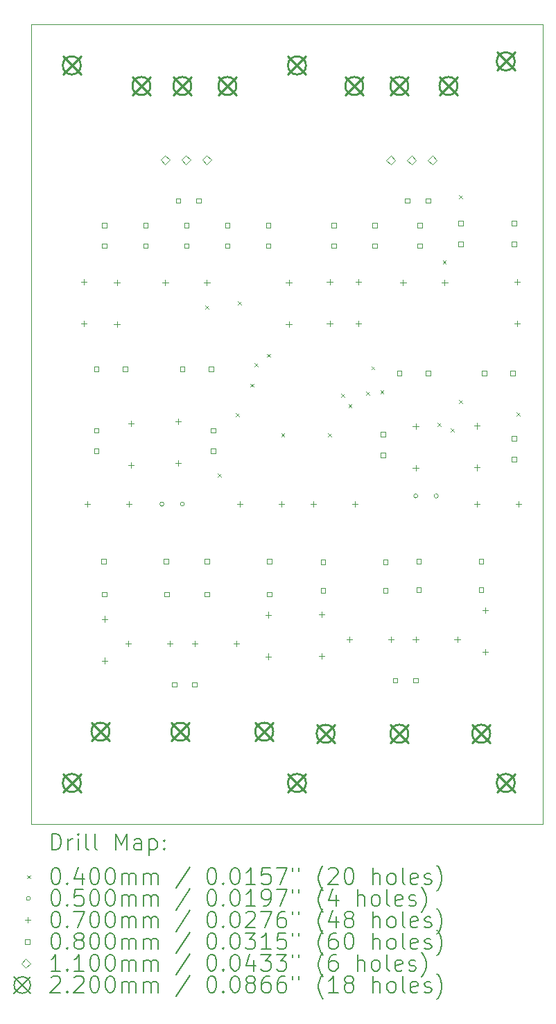
<source format=gbr>
%TF.GenerationSoftware,KiCad,Pcbnew,8.0.5-8.0.5-0~ubuntu24.04.1*%
%TF.CreationDate,2024-09-28T01:01:08+02:00*%
%TF.ProjectId,Highz-stereo,48696768-7a2d-4737-9465-72656f2e6b69,rev?*%
%TF.SameCoordinates,Original*%
%TF.FileFunction,Drillmap*%
%TF.FilePolarity,Positive*%
%FSLAX45Y45*%
G04 Gerber Fmt 4.5, Leading zero omitted, Abs format (unit mm)*
G04 Created by KiCad (PCBNEW 8.0.5-8.0.5-0~ubuntu24.04.1) date 2024-09-28 01:01:08*
%MOMM*%
%LPD*%
G01*
G04 APERTURE LIST*
%ADD10C,0.100000*%
%ADD11C,0.200000*%
%ADD12C,0.110000*%
%ADD13C,0.220000*%
G04 APERTURE END LIST*
D10*
X3750000Y-3250000D02*
X10000000Y-3250000D01*
X10000000Y-13000000D01*
X3750000Y-13000000D01*
X3750000Y-3250000D01*
D11*
D10*
X5880000Y-6680000D02*
X5920000Y-6720000D01*
X5920000Y-6680000D02*
X5880000Y-6720000D01*
X6030000Y-8730000D02*
X6070000Y-8770000D01*
X6070000Y-8730000D02*
X6030000Y-8770000D01*
X6251670Y-7991960D02*
X6291670Y-8031960D01*
X6291670Y-7991960D02*
X6251670Y-8031960D01*
X6280000Y-6630000D02*
X6320000Y-6670000D01*
X6320000Y-6630000D02*
X6280000Y-6670000D01*
X6430000Y-7630000D02*
X6470000Y-7670000D01*
X6470000Y-7630000D02*
X6430000Y-7670000D01*
X6480000Y-7380000D02*
X6520000Y-7420000D01*
X6520000Y-7380000D02*
X6480000Y-7420000D01*
X6631230Y-7267430D02*
X6671230Y-7307430D01*
X6671230Y-7267430D02*
X6631230Y-7307430D01*
X6807890Y-8234230D02*
X6847890Y-8274230D01*
X6847890Y-8234230D02*
X6807890Y-8274230D01*
X7376790Y-8234230D02*
X7416790Y-8274230D01*
X7416790Y-8234230D02*
X7376790Y-8274230D01*
X7537570Y-7752270D02*
X7577570Y-7792270D01*
X7577570Y-7752270D02*
X7537570Y-7792270D01*
X7630000Y-7880000D02*
X7670000Y-7920000D01*
X7670000Y-7880000D02*
X7630000Y-7920000D01*
X7842490Y-7730550D02*
X7882490Y-7770550D01*
X7882490Y-7730550D02*
X7842490Y-7770550D01*
X7908980Y-7419190D02*
X7948980Y-7459190D01*
X7948980Y-7419190D02*
X7908980Y-7459190D01*
X8018570Y-7713990D02*
X8058570Y-7753990D01*
X8058570Y-7713990D02*
X8018570Y-7753990D01*
X8719090Y-8111350D02*
X8759090Y-8151350D01*
X8759090Y-8111350D02*
X8719090Y-8151350D01*
X8780000Y-6130000D02*
X8820000Y-6170000D01*
X8820000Y-6130000D02*
X8780000Y-6170000D01*
X8880000Y-8180000D02*
X8920000Y-8220000D01*
X8920000Y-8180000D02*
X8880000Y-8220000D01*
X8980000Y-5330000D02*
X9020000Y-5370000D01*
X9020000Y-5330000D02*
X8980000Y-5370000D01*
X8980000Y-7830000D02*
X9020000Y-7870000D01*
X9020000Y-7830000D02*
X8980000Y-7870000D01*
X9680000Y-7980000D02*
X9720000Y-8020000D01*
X9720000Y-7980000D02*
X9680000Y-8020000D01*
X5375000Y-9100000D02*
G75*
G02*
X5325000Y-9100000I-25000J0D01*
G01*
X5325000Y-9100000D02*
G75*
G02*
X5375000Y-9100000I25000J0D01*
G01*
X5625000Y-9100000D02*
G75*
G02*
X5575000Y-9100000I-25000J0D01*
G01*
X5575000Y-9100000D02*
G75*
G02*
X5625000Y-9100000I25000J0D01*
G01*
X8475000Y-9000000D02*
G75*
G02*
X8425000Y-9000000I-25000J0D01*
G01*
X8425000Y-9000000D02*
G75*
G02*
X8475000Y-9000000I25000J0D01*
G01*
X8725000Y-9000000D02*
G75*
G02*
X8675000Y-9000000I-25000J0D01*
G01*
X8675000Y-9000000D02*
G75*
G02*
X8725000Y-9000000I25000J0D01*
G01*
X4400000Y-6357000D02*
X4400000Y-6427000D01*
X4365000Y-6392000D02*
X4435000Y-6392000D01*
X4400000Y-6865000D02*
X4400000Y-6935000D01*
X4365000Y-6900000D02*
X4435000Y-6900000D01*
X4442000Y-9065000D02*
X4442000Y-9135000D01*
X4407000Y-9100000D02*
X4477000Y-9100000D01*
X4650000Y-10465000D02*
X4650000Y-10535000D01*
X4615000Y-10500000D02*
X4685000Y-10500000D01*
X4650000Y-10973000D02*
X4650000Y-11043000D01*
X4615000Y-11008000D02*
X4685000Y-11008000D01*
X4800000Y-6365000D02*
X4800000Y-6435000D01*
X4765000Y-6400000D02*
X4835000Y-6400000D01*
X4800000Y-6873000D02*
X4800000Y-6943000D01*
X4765000Y-6908000D02*
X4835000Y-6908000D01*
X4942000Y-10765000D02*
X4942000Y-10835000D01*
X4907000Y-10800000D02*
X4977000Y-10800000D01*
X4950000Y-9065000D02*
X4950000Y-9135000D01*
X4915000Y-9100000D02*
X4985000Y-9100000D01*
X4975000Y-8082000D02*
X4975000Y-8152000D01*
X4940000Y-8117000D02*
X5010000Y-8117000D01*
X4975000Y-8590000D02*
X4975000Y-8660000D01*
X4940000Y-8625000D02*
X5010000Y-8625000D01*
X5392000Y-6365000D02*
X5392000Y-6435000D01*
X5357000Y-6400000D02*
X5427000Y-6400000D01*
X5450000Y-10765000D02*
X5450000Y-10835000D01*
X5415000Y-10800000D02*
X5485000Y-10800000D01*
X5550000Y-8057000D02*
X5550000Y-8127000D01*
X5515000Y-8092000D02*
X5585000Y-8092000D01*
X5550000Y-8565000D02*
X5550000Y-8635000D01*
X5515000Y-8600000D02*
X5585000Y-8600000D01*
X5750000Y-10765000D02*
X5750000Y-10835000D01*
X5715000Y-10800000D02*
X5785000Y-10800000D01*
X5900000Y-6365000D02*
X5900000Y-6435000D01*
X5865000Y-6400000D02*
X5935000Y-6400000D01*
X6258000Y-10765000D02*
X6258000Y-10835000D01*
X6223000Y-10800000D02*
X6293000Y-10800000D01*
X6300000Y-9065000D02*
X6300000Y-9135000D01*
X6265000Y-9100000D02*
X6335000Y-9100000D01*
X6650000Y-10415000D02*
X6650000Y-10485000D01*
X6615000Y-10450000D02*
X6685000Y-10450000D01*
X6650000Y-10923000D02*
X6650000Y-10993000D01*
X6615000Y-10958000D02*
X6685000Y-10958000D01*
X6808000Y-9065000D02*
X6808000Y-9135000D01*
X6773000Y-9100000D02*
X6843000Y-9100000D01*
X6900000Y-6365000D02*
X6900000Y-6435000D01*
X6865000Y-6400000D02*
X6935000Y-6400000D01*
X6900000Y-6873000D02*
X6900000Y-6943000D01*
X6865000Y-6908000D02*
X6935000Y-6908000D01*
X7200000Y-9065000D02*
X7200000Y-9135000D01*
X7165000Y-9100000D02*
X7235000Y-9100000D01*
X7300000Y-10411000D02*
X7300000Y-10481000D01*
X7265000Y-10446000D02*
X7335000Y-10446000D01*
X7300000Y-10919000D02*
X7300000Y-10989000D01*
X7265000Y-10954000D02*
X7335000Y-10954000D01*
X7400000Y-6357000D02*
X7400000Y-6427000D01*
X7365000Y-6392000D02*
X7435000Y-6392000D01*
X7400000Y-6865000D02*
X7400000Y-6935000D01*
X7365000Y-6900000D02*
X7435000Y-6900000D01*
X7642000Y-10715000D02*
X7642000Y-10785000D01*
X7607000Y-10750000D02*
X7677000Y-10750000D01*
X7708000Y-9065000D02*
X7708000Y-9135000D01*
X7673000Y-9100000D02*
X7743000Y-9100000D01*
X7750000Y-6357000D02*
X7750000Y-6427000D01*
X7715000Y-6392000D02*
X7785000Y-6392000D01*
X7750000Y-6865000D02*
X7750000Y-6935000D01*
X7715000Y-6900000D02*
X7785000Y-6900000D01*
X8150000Y-10715000D02*
X8150000Y-10785000D01*
X8115000Y-10750000D02*
X8185000Y-10750000D01*
X8296000Y-6365000D02*
X8296000Y-6435000D01*
X8261000Y-6400000D02*
X8331000Y-6400000D01*
X8450000Y-8115000D02*
X8450000Y-8185000D01*
X8415000Y-8150000D02*
X8485000Y-8150000D01*
X8450000Y-8623000D02*
X8450000Y-8693000D01*
X8415000Y-8658000D02*
X8485000Y-8658000D01*
X8450000Y-10715000D02*
X8450000Y-10785000D01*
X8415000Y-10750000D02*
X8485000Y-10750000D01*
X8804000Y-6365000D02*
X8804000Y-6435000D01*
X8769000Y-6400000D02*
X8839000Y-6400000D01*
X8958000Y-10715000D02*
X8958000Y-10785000D01*
X8923000Y-10750000D02*
X8993000Y-10750000D01*
X9196000Y-9065000D02*
X9196000Y-9135000D01*
X9161000Y-9100000D02*
X9231000Y-9100000D01*
X9200000Y-8111000D02*
X9200000Y-8181000D01*
X9165000Y-8146000D02*
X9235000Y-8146000D01*
X9200000Y-8619000D02*
X9200000Y-8689000D01*
X9165000Y-8654000D02*
X9235000Y-8654000D01*
X9300000Y-10357000D02*
X9300000Y-10427000D01*
X9265000Y-10392000D02*
X9335000Y-10392000D01*
X9300000Y-10865000D02*
X9300000Y-10935000D01*
X9265000Y-10900000D02*
X9335000Y-10900000D01*
X9690270Y-6357000D02*
X9690270Y-6427000D01*
X9655270Y-6392000D02*
X9725270Y-6392000D01*
X9690270Y-6865000D02*
X9690270Y-6935000D01*
X9655270Y-6900000D02*
X9725270Y-6900000D01*
X9704000Y-9065000D02*
X9704000Y-9135000D01*
X9669000Y-9100000D02*
X9739000Y-9100000D01*
X4578285Y-7478284D02*
X4578285Y-7421715D01*
X4521716Y-7421715D01*
X4521716Y-7478284D01*
X4578285Y-7478284D01*
X4578285Y-8228284D02*
X4578285Y-8171715D01*
X4521716Y-8171715D01*
X4521716Y-8228284D01*
X4578285Y-8228284D01*
X4578285Y-8478285D02*
X4578285Y-8421716D01*
X4521716Y-8421716D01*
X4521716Y-8478285D01*
X4578285Y-8478285D01*
X4666285Y-9828285D02*
X4666285Y-9771716D01*
X4609716Y-9771716D01*
X4609716Y-9828285D01*
X4666285Y-9828285D01*
X4678285Y-5728284D02*
X4678285Y-5671715D01*
X4621716Y-5671715D01*
X4621716Y-5728284D01*
X4678285Y-5728284D01*
X4678285Y-5978284D02*
X4678285Y-5921715D01*
X4621716Y-5921715D01*
X4621716Y-5978284D01*
X4678285Y-5978284D01*
X4678285Y-10228285D02*
X4678285Y-10171716D01*
X4621716Y-10171716D01*
X4621716Y-10228285D01*
X4678285Y-10228285D01*
X4928285Y-7478284D02*
X4928285Y-7421715D01*
X4871716Y-7421715D01*
X4871716Y-7478284D01*
X4928285Y-7478284D01*
X5178285Y-5728284D02*
X5178285Y-5671715D01*
X5121716Y-5671715D01*
X5121716Y-5728284D01*
X5178285Y-5728284D01*
X5178285Y-5978284D02*
X5178285Y-5921715D01*
X5121716Y-5921715D01*
X5121716Y-5978284D01*
X5178285Y-5978284D01*
X5428285Y-9828285D02*
X5428285Y-9771716D01*
X5371716Y-9771716D01*
X5371716Y-9828285D01*
X5428285Y-9828285D01*
X5440285Y-10228285D02*
X5440285Y-10171716D01*
X5383716Y-10171716D01*
X5383716Y-10228285D01*
X5440285Y-10228285D01*
X5528285Y-11328284D02*
X5528285Y-11271715D01*
X5471716Y-11271715D01*
X5471716Y-11328284D01*
X5528285Y-11328284D01*
X5578285Y-5428285D02*
X5578285Y-5371716D01*
X5521716Y-5371716D01*
X5521716Y-5428285D01*
X5578285Y-5428285D01*
X5628284Y-7478284D02*
X5628284Y-7421715D01*
X5571716Y-7421715D01*
X5571716Y-7478284D01*
X5628284Y-7478284D01*
X5678284Y-5728284D02*
X5678284Y-5671715D01*
X5621715Y-5671715D01*
X5621715Y-5728284D01*
X5678284Y-5728284D01*
X5678284Y-5978284D02*
X5678284Y-5921715D01*
X5621715Y-5921715D01*
X5621715Y-5978284D01*
X5678284Y-5978284D01*
X5778284Y-11328284D02*
X5778284Y-11271715D01*
X5721715Y-11271715D01*
X5721715Y-11328284D01*
X5778284Y-11328284D01*
X5828284Y-5428285D02*
X5828284Y-5371716D01*
X5771715Y-5371716D01*
X5771715Y-5428285D01*
X5828284Y-5428285D01*
X5928284Y-9828285D02*
X5928284Y-9771716D01*
X5871715Y-9771716D01*
X5871715Y-9828285D01*
X5928284Y-9828285D01*
X5928284Y-10228285D02*
X5928284Y-10171716D01*
X5871715Y-10171716D01*
X5871715Y-10228285D01*
X5928284Y-10228285D01*
X5978284Y-7478284D02*
X5978284Y-7421715D01*
X5921715Y-7421715D01*
X5921715Y-7478284D01*
X5978284Y-7478284D01*
X6003284Y-8228284D02*
X6003284Y-8171715D01*
X5946715Y-8171715D01*
X5946715Y-8228284D01*
X6003284Y-8228284D01*
X6003284Y-8478285D02*
X6003284Y-8421716D01*
X5946715Y-8421716D01*
X5946715Y-8478285D01*
X6003284Y-8478285D01*
X6178284Y-5728284D02*
X6178284Y-5671715D01*
X6121715Y-5671715D01*
X6121715Y-5728284D01*
X6178284Y-5728284D01*
X6178284Y-5978284D02*
X6178284Y-5921715D01*
X6121715Y-5921715D01*
X6121715Y-5978284D01*
X6178284Y-5978284D01*
X6678284Y-5728284D02*
X6678284Y-5671715D01*
X6621715Y-5671715D01*
X6621715Y-5728284D01*
X6678284Y-5728284D01*
X6678284Y-5978284D02*
X6678284Y-5921715D01*
X6621715Y-5921715D01*
X6621715Y-5978284D01*
X6678284Y-5978284D01*
X6690284Y-9828285D02*
X6690284Y-9771716D01*
X6633715Y-9771716D01*
X6633715Y-9828285D01*
X6690284Y-9828285D01*
X6690284Y-10228285D02*
X6690284Y-10171716D01*
X6633715Y-10171716D01*
X6633715Y-10228285D01*
X6690284Y-10228285D01*
X7347284Y-9832285D02*
X7347284Y-9775716D01*
X7290715Y-9775716D01*
X7290715Y-9832285D01*
X7347284Y-9832285D01*
X7347284Y-10182285D02*
X7347284Y-10125716D01*
X7290715Y-10125716D01*
X7290715Y-10182285D01*
X7347284Y-10182285D01*
X7478284Y-5728284D02*
X7478284Y-5671715D01*
X7421715Y-5671715D01*
X7421715Y-5728284D01*
X7478284Y-5728284D01*
X7478284Y-5978284D02*
X7478284Y-5921715D01*
X7421715Y-5921715D01*
X7421715Y-5978284D01*
X7478284Y-5978284D01*
X7978284Y-5728284D02*
X7978284Y-5671715D01*
X7921715Y-5671715D01*
X7921715Y-5728284D01*
X7978284Y-5728284D01*
X7978284Y-5978284D02*
X7978284Y-5921715D01*
X7921715Y-5921715D01*
X7921715Y-5978284D01*
X7978284Y-5978284D01*
X8078284Y-8278284D02*
X8078284Y-8221715D01*
X8021715Y-8221715D01*
X8021715Y-8278284D01*
X8078284Y-8278284D01*
X8078284Y-8528285D02*
X8078284Y-8471716D01*
X8021715Y-8471716D01*
X8021715Y-8528285D01*
X8078284Y-8528285D01*
X8109284Y-9832285D02*
X8109284Y-9775716D01*
X8052715Y-9775716D01*
X8052715Y-9832285D01*
X8109284Y-9832285D01*
X8109284Y-10182285D02*
X8109284Y-10125716D01*
X8052715Y-10125716D01*
X8052715Y-10182285D01*
X8109284Y-10182285D01*
X8228284Y-11278284D02*
X8228284Y-11221715D01*
X8171715Y-11221715D01*
X8171715Y-11278284D01*
X8228284Y-11278284D01*
X8278284Y-7528284D02*
X8278284Y-7471715D01*
X8221715Y-7471715D01*
X8221715Y-7528284D01*
X8278284Y-7528284D01*
X8378284Y-5428285D02*
X8378284Y-5371716D01*
X8321715Y-5371716D01*
X8321715Y-5428285D01*
X8378284Y-5428285D01*
X8478285Y-11278284D02*
X8478285Y-11221715D01*
X8421716Y-11221715D01*
X8421716Y-11278284D01*
X8478285Y-11278284D01*
X8516285Y-9824285D02*
X8516285Y-9767716D01*
X8459716Y-9767716D01*
X8459716Y-9824285D01*
X8516285Y-9824285D01*
X8516285Y-10174285D02*
X8516285Y-10117716D01*
X8459716Y-10117716D01*
X8459716Y-10174285D01*
X8516285Y-10174285D01*
X8528285Y-5728284D02*
X8528285Y-5671715D01*
X8471716Y-5671715D01*
X8471716Y-5728284D01*
X8528285Y-5728284D01*
X8528285Y-5978284D02*
X8528285Y-5921715D01*
X8471716Y-5921715D01*
X8471716Y-5978284D01*
X8528285Y-5978284D01*
X8628285Y-5428285D02*
X8628285Y-5371716D01*
X8571716Y-5371716D01*
X8571716Y-5428285D01*
X8628285Y-5428285D01*
X8628285Y-7528284D02*
X8628285Y-7471715D01*
X8571716Y-7471715D01*
X8571716Y-7528284D01*
X8628285Y-7528284D01*
X9028285Y-5703284D02*
X9028285Y-5646715D01*
X8971716Y-5646715D01*
X8971716Y-5703284D01*
X9028285Y-5703284D01*
X9028285Y-5953284D02*
X9028285Y-5896715D01*
X8971716Y-5896715D01*
X8971716Y-5953284D01*
X9028285Y-5953284D01*
X9278285Y-9824285D02*
X9278285Y-9767716D01*
X9221716Y-9767716D01*
X9221716Y-9824285D01*
X9278285Y-9824285D01*
X9278285Y-10174285D02*
X9278285Y-10117716D01*
X9221716Y-10117716D01*
X9221716Y-10174285D01*
X9278285Y-10174285D01*
X9313015Y-7528284D02*
X9313015Y-7471715D01*
X9256446Y-7471715D01*
X9256446Y-7528284D01*
X9313015Y-7528284D01*
X9663015Y-7528284D02*
X9663015Y-7471715D01*
X9606446Y-7471715D01*
X9606446Y-7528284D01*
X9663015Y-7528284D01*
X9678285Y-5703284D02*
X9678285Y-5646715D01*
X9621716Y-5646715D01*
X9621716Y-5703284D01*
X9678285Y-5703284D01*
X9678285Y-5953284D02*
X9678285Y-5896715D01*
X9621716Y-5896715D01*
X9621716Y-5953284D01*
X9678285Y-5953284D01*
X9678285Y-8328284D02*
X9678285Y-8271715D01*
X9621716Y-8271715D01*
X9621716Y-8328284D01*
X9678285Y-8328284D01*
X9678285Y-8578285D02*
X9678285Y-8521716D01*
X9621716Y-8521716D01*
X9621716Y-8578285D01*
X9678285Y-8578285D01*
D12*
X5392000Y-4955000D02*
X5447000Y-4900000D01*
X5392000Y-4845000D01*
X5337000Y-4900000D01*
X5392000Y-4955000D01*
X5646000Y-4955000D02*
X5701000Y-4900000D01*
X5646000Y-4845000D01*
X5591000Y-4900000D01*
X5646000Y-4955000D01*
X5900000Y-4955000D02*
X5955000Y-4900000D01*
X5900000Y-4845000D01*
X5845000Y-4900000D01*
X5900000Y-4955000D01*
X8146000Y-4960500D02*
X8201000Y-4905500D01*
X8146000Y-4850500D01*
X8091000Y-4905500D01*
X8146000Y-4960500D01*
X8400000Y-4960500D02*
X8455000Y-4905500D01*
X8400000Y-4850500D01*
X8345000Y-4905500D01*
X8400000Y-4960500D01*
X8654000Y-4960500D02*
X8709000Y-4905500D01*
X8654000Y-4850500D01*
X8599000Y-4905500D01*
X8654000Y-4960500D01*
D13*
X4140000Y-3640000D02*
X4360000Y-3860000D01*
X4360000Y-3640000D02*
X4140000Y-3860000D01*
X4360000Y-3750000D02*
G75*
G02*
X4140000Y-3750000I-110000J0D01*
G01*
X4140000Y-3750000D02*
G75*
G02*
X4360000Y-3750000I110000J0D01*
G01*
X4140000Y-12390000D02*
X4360000Y-12610000D01*
X4360000Y-12390000D02*
X4140000Y-12610000D01*
X4360000Y-12500000D02*
G75*
G02*
X4140000Y-12500000I-110000J0D01*
G01*
X4140000Y-12500000D02*
G75*
G02*
X4360000Y-12500000I110000J0D01*
G01*
X4490000Y-11765000D02*
X4710000Y-11985000D01*
X4710000Y-11765000D02*
X4490000Y-11985000D01*
X4710000Y-11875000D02*
G75*
G02*
X4490000Y-11875000I-110000J0D01*
G01*
X4490000Y-11875000D02*
G75*
G02*
X4710000Y-11875000I110000J0D01*
G01*
X4990000Y-3890000D02*
X5210000Y-4110000D01*
X5210000Y-3890000D02*
X4990000Y-4110000D01*
X5210000Y-4000000D02*
G75*
G02*
X4990000Y-4000000I-110000J0D01*
G01*
X4990000Y-4000000D02*
G75*
G02*
X5210000Y-4000000I110000J0D01*
G01*
X5465000Y-11765000D02*
X5685000Y-11985000D01*
X5685000Y-11765000D02*
X5465000Y-11985000D01*
X5685000Y-11875000D02*
G75*
G02*
X5465000Y-11875000I-110000J0D01*
G01*
X5465000Y-11875000D02*
G75*
G02*
X5685000Y-11875000I110000J0D01*
G01*
X5490000Y-3890000D02*
X5710000Y-4110000D01*
X5710000Y-3890000D02*
X5490000Y-4110000D01*
X5710000Y-4000000D02*
G75*
G02*
X5490000Y-4000000I-110000J0D01*
G01*
X5490000Y-4000000D02*
G75*
G02*
X5710000Y-4000000I110000J0D01*
G01*
X6040000Y-3890000D02*
X6260000Y-4110000D01*
X6260000Y-3890000D02*
X6040000Y-4110000D01*
X6260000Y-4000000D02*
G75*
G02*
X6040000Y-4000000I-110000J0D01*
G01*
X6040000Y-4000000D02*
G75*
G02*
X6260000Y-4000000I110000J0D01*
G01*
X6490000Y-11765000D02*
X6710000Y-11985000D01*
X6710000Y-11765000D02*
X6490000Y-11985000D01*
X6710000Y-11875000D02*
G75*
G02*
X6490000Y-11875000I-110000J0D01*
G01*
X6490000Y-11875000D02*
G75*
G02*
X6710000Y-11875000I110000J0D01*
G01*
X6890000Y-3640000D02*
X7110000Y-3860000D01*
X7110000Y-3640000D02*
X6890000Y-3860000D01*
X7110000Y-3750000D02*
G75*
G02*
X6890000Y-3750000I-110000J0D01*
G01*
X6890000Y-3750000D02*
G75*
G02*
X7110000Y-3750000I110000J0D01*
G01*
X6890000Y-12390000D02*
X7110000Y-12610000D01*
X7110000Y-12390000D02*
X6890000Y-12610000D01*
X7110000Y-12500000D02*
G75*
G02*
X6890000Y-12500000I-110000J0D01*
G01*
X6890000Y-12500000D02*
G75*
G02*
X7110000Y-12500000I110000J0D01*
G01*
X7240000Y-11790000D02*
X7460000Y-12010000D01*
X7460000Y-11790000D02*
X7240000Y-12010000D01*
X7460000Y-11900000D02*
G75*
G02*
X7240000Y-11900000I-110000J0D01*
G01*
X7240000Y-11900000D02*
G75*
G02*
X7460000Y-11900000I110000J0D01*
G01*
X7590000Y-3890000D02*
X7810000Y-4110000D01*
X7810000Y-3890000D02*
X7590000Y-4110000D01*
X7810000Y-4000000D02*
G75*
G02*
X7590000Y-4000000I-110000J0D01*
G01*
X7590000Y-4000000D02*
G75*
G02*
X7810000Y-4000000I110000J0D01*
G01*
X8140000Y-3890000D02*
X8360000Y-4110000D01*
X8360000Y-3890000D02*
X8140000Y-4110000D01*
X8360000Y-4000000D02*
G75*
G02*
X8140000Y-4000000I-110000J0D01*
G01*
X8140000Y-4000000D02*
G75*
G02*
X8360000Y-4000000I110000J0D01*
G01*
X8140000Y-11790000D02*
X8360000Y-12010000D01*
X8360000Y-11790000D02*
X8140000Y-12010000D01*
X8360000Y-11900000D02*
G75*
G02*
X8140000Y-11900000I-110000J0D01*
G01*
X8140000Y-11900000D02*
G75*
G02*
X8360000Y-11900000I110000J0D01*
G01*
X8740000Y-3890000D02*
X8960000Y-4110000D01*
X8960000Y-3890000D02*
X8740000Y-4110000D01*
X8960000Y-4000000D02*
G75*
G02*
X8740000Y-4000000I-110000J0D01*
G01*
X8740000Y-4000000D02*
G75*
G02*
X8960000Y-4000000I110000J0D01*
G01*
X9140000Y-11790000D02*
X9360000Y-12010000D01*
X9360000Y-11790000D02*
X9140000Y-12010000D01*
X9360000Y-11900000D02*
G75*
G02*
X9140000Y-11900000I-110000J0D01*
G01*
X9140000Y-11900000D02*
G75*
G02*
X9360000Y-11900000I110000J0D01*
G01*
X9440000Y-3590000D02*
X9660000Y-3810000D01*
X9660000Y-3590000D02*
X9440000Y-3810000D01*
X9660000Y-3700000D02*
G75*
G02*
X9440000Y-3700000I-110000J0D01*
G01*
X9440000Y-3700000D02*
G75*
G02*
X9660000Y-3700000I110000J0D01*
G01*
X9440000Y-12390000D02*
X9660000Y-12610000D01*
X9660000Y-12390000D02*
X9440000Y-12610000D01*
X9660000Y-12500000D02*
G75*
G02*
X9440000Y-12500000I-110000J0D01*
G01*
X9440000Y-12500000D02*
G75*
G02*
X9660000Y-12500000I110000J0D01*
G01*
D11*
X4005777Y-13316484D02*
X4005777Y-13116484D01*
X4005777Y-13116484D02*
X4053396Y-13116484D01*
X4053396Y-13116484D02*
X4081967Y-13126008D01*
X4081967Y-13126008D02*
X4101015Y-13145055D01*
X4101015Y-13145055D02*
X4110539Y-13164103D01*
X4110539Y-13164103D02*
X4120062Y-13202198D01*
X4120062Y-13202198D02*
X4120062Y-13230769D01*
X4120062Y-13230769D02*
X4110539Y-13268865D01*
X4110539Y-13268865D02*
X4101015Y-13287912D01*
X4101015Y-13287912D02*
X4081967Y-13306960D01*
X4081967Y-13306960D02*
X4053396Y-13316484D01*
X4053396Y-13316484D02*
X4005777Y-13316484D01*
X4205777Y-13316484D02*
X4205777Y-13183150D01*
X4205777Y-13221246D02*
X4215301Y-13202198D01*
X4215301Y-13202198D02*
X4224824Y-13192674D01*
X4224824Y-13192674D02*
X4243872Y-13183150D01*
X4243872Y-13183150D02*
X4262920Y-13183150D01*
X4329586Y-13316484D02*
X4329586Y-13183150D01*
X4329586Y-13116484D02*
X4320063Y-13126008D01*
X4320063Y-13126008D02*
X4329586Y-13135531D01*
X4329586Y-13135531D02*
X4339110Y-13126008D01*
X4339110Y-13126008D02*
X4329586Y-13116484D01*
X4329586Y-13116484D02*
X4329586Y-13135531D01*
X4453396Y-13316484D02*
X4434348Y-13306960D01*
X4434348Y-13306960D02*
X4424824Y-13287912D01*
X4424824Y-13287912D02*
X4424824Y-13116484D01*
X4558158Y-13316484D02*
X4539110Y-13306960D01*
X4539110Y-13306960D02*
X4529586Y-13287912D01*
X4529586Y-13287912D02*
X4529586Y-13116484D01*
X4786729Y-13316484D02*
X4786729Y-13116484D01*
X4786729Y-13116484D02*
X4853396Y-13259341D01*
X4853396Y-13259341D02*
X4920063Y-13116484D01*
X4920063Y-13116484D02*
X4920063Y-13316484D01*
X5101015Y-13316484D02*
X5101015Y-13211722D01*
X5101015Y-13211722D02*
X5091491Y-13192674D01*
X5091491Y-13192674D02*
X5072444Y-13183150D01*
X5072444Y-13183150D02*
X5034348Y-13183150D01*
X5034348Y-13183150D02*
X5015301Y-13192674D01*
X5101015Y-13306960D02*
X5081967Y-13316484D01*
X5081967Y-13316484D02*
X5034348Y-13316484D01*
X5034348Y-13316484D02*
X5015301Y-13306960D01*
X5015301Y-13306960D02*
X5005777Y-13287912D01*
X5005777Y-13287912D02*
X5005777Y-13268865D01*
X5005777Y-13268865D02*
X5015301Y-13249817D01*
X5015301Y-13249817D02*
X5034348Y-13240293D01*
X5034348Y-13240293D02*
X5081967Y-13240293D01*
X5081967Y-13240293D02*
X5101015Y-13230769D01*
X5196253Y-13183150D02*
X5196253Y-13383150D01*
X5196253Y-13192674D02*
X5215301Y-13183150D01*
X5215301Y-13183150D02*
X5253396Y-13183150D01*
X5253396Y-13183150D02*
X5272444Y-13192674D01*
X5272444Y-13192674D02*
X5281967Y-13202198D01*
X5281967Y-13202198D02*
X5291491Y-13221246D01*
X5291491Y-13221246D02*
X5291491Y-13278388D01*
X5291491Y-13278388D02*
X5281967Y-13297436D01*
X5281967Y-13297436D02*
X5272444Y-13306960D01*
X5272444Y-13306960D02*
X5253396Y-13316484D01*
X5253396Y-13316484D02*
X5215301Y-13316484D01*
X5215301Y-13316484D02*
X5196253Y-13306960D01*
X5377205Y-13297436D02*
X5386729Y-13306960D01*
X5386729Y-13306960D02*
X5377205Y-13316484D01*
X5377205Y-13316484D02*
X5367682Y-13306960D01*
X5367682Y-13306960D02*
X5377205Y-13297436D01*
X5377205Y-13297436D02*
X5377205Y-13316484D01*
X5377205Y-13192674D02*
X5386729Y-13202198D01*
X5386729Y-13202198D02*
X5377205Y-13211722D01*
X5377205Y-13211722D02*
X5367682Y-13202198D01*
X5367682Y-13202198D02*
X5377205Y-13192674D01*
X5377205Y-13192674D02*
X5377205Y-13211722D01*
D10*
X3705000Y-13625000D02*
X3745000Y-13665000D01*
X3745000Y-13625000D02*
X3705000Y-13665000D01*
D11*
X4043872Y-13536484D02*
X4062920Y-13536484D01*
X4062920Y-13536484D02*
X4081967Y-13546008D01*
X4081967Y-13546008D02*
X4091491Y-13555531D01*
X4091491Y-13555531D02*
X4101015Y-13574579D01*
X4101015Y-13574579D02*
X4110539Y-13612674D01*
X4110539Y-13612674D02*
X4110539Y-13660293D01*
X4110539Y-13660293D02*
X4101015Y-13698388D01*
X4101015Y-13698388D02*
X4091491Y-13717436D01*
X4091491Y-13717436D02*
X4081967Y-13726960D01*
X4081967Y-13726960D02*
X4062920Y-13736484D01*
X4062920Y-13736484D02*
X4043872Y-13736484D01*
X4043872Y-13736484D02*
X4024824Y-13726960D01*
X4024824Y-13726960D02*
X4015301Y-13717436D01*
X4015301Y-13717436D02*
X4005777Y-13698388D01*
X4005777Y-13698388D02*
X3996253Y-13660293D01*
X3996253Y-13660293D02*
X3996253Y-13612674D01*
X3996253Y-13612674D02*
X4005777Y-13574579D01*
X4005777Y-13574579D02*
X4015301Y-13555531D01*
X4015301Y-13555531D02*
X4024824Y-13546008D01*
X4024824Y-13546008D02*
X4043872Y-13536484D01*
X4196253Y-13717436D02*
X4205777Y-13726960D01*
X4205777Y-13726960D02*
X4196253Y-13736484D01*
X4196253Y-13736484D02*
X4186729Y-13726960D01*
X4186729Y-13726960D02*
X4196253Y-13717436D01*
X4196253Y-13717436D02*
X4196253Y-13736484D01*
X4377205Y-13603150D02*
X4377205Y-13736484D01*
X4329586Y-13526960D02*
X4281967Y-13669817D01*
X4281967Y-13669817D02*
X4405777Y-13669817D01*
X4520063Y-13536484D02*
X4539110Y-13536484D01*
X4539110Y-13536484D02*
X4558158Y-13546008D01*
X4558158Y-13546008D02*
X4567682Y-13555531D01*
X4567682Y-13555531D02*
X4577205Y-13574579D01*
X4577205Y-13574579D02*
X4586729Y-13612674D01*
X4586729Y-13612674D02*
X4586729Y-13660293D01*
X4586729Y-13660293D02*
X4577205Y-13698388D01*
X4577205Y-13698388D02*
X4567682Y-13717436D01*
X4567682Y-13717436D02*
X4558158Y-13726960D01*
X4558158Y-13726960D02*
X4539110Y-13736484D01*
X4539110Y-13736484D02*
X4520063Y-13736484D01*
X4520063Y-13736484D02*
X4501015Y-13726960D01*
X4501015Y-13726960D02*
X4491491Y-13717436D01*
X4491491Y-13717436D02*
X4481967Y-13698388D01*
X4481967Y-13698388D02*
X4472444Y-13660293D01*
X4472444Y-13660293D02*
X4472444Y-13612674D01*
X4472444Y-13612674D02*
X4481967Y-13574579D01*
X4481967Y-13574579D02*
X4491491Y-13555531D01*
X4491491Y-13555531D02*
X4501015Y-13546008D01*
X4501015Y-13546008D02*
X4520063Y-13536484D01*
X4710539Y-13536484D02*
X4729586Y-13536484D01*
X4729586Y-13536484D02*
X4748634Y-13546008D01*
X4748634Y-13546008D02*
X4758158Y-13555531D01*
X4758158Y-13555531D02*
X4767682Y-13574579D01*
X4767682Y-13574579D02*
X4777205Y-13612674D01*
X4777205Y-13612674D02*
X4777205Y-13660293D01*
X4777205Y-13660293D02*
X4767682Y-13698388D01*
X4767682Y-13698388D02*
X4758158Y-13717436D01*
X4758158Y-13717436D02*
X4748634Y-13726960D01*
X4748634Y-13726960D02*
X4729586Y-13736484D01*
X4729586Y-13736484D02*
X4710539Y-13736484D01*
X4710539Y-13736484D02*
X4691491Y-13726960D01*
X4691491Y-13726960D02*
X4681967Y-13717436D01*
X4681967Y-13717436D02*
X4672444Y-13698388D01*
X4672444Y-13698388D02*
X4662920Y-13660293D01*
X4662920Y-13660293D02*
X4662920Y-13612674D01*
X4662920Y-13612674D02*
X4672444Y-13574579D01*
X4672444Y-13574579D02*
X4681967Y-13555531D01*
X4681967Y-13555531D02*
X4691491Y-13546008D01*
X4691491Y-13546008D02*
X4710539Y-13536484D01*
X4862920Y-13736484D02*
X4862920Y-13603150D01*
X4862920Y-13622198D02*
X4872444Y-13612674D01*
X4872444Y-13612674D02*
X4891491Y-13603150D01*
X4891491Y-13603150D02*
X4920063Y-13603150D01*
X4920063Y-13603150D02*
X4939110Y-13612674D01*
X4939110Y-13612674D02*
X4948634Y-13631722D01*
X4948634Y-13631722D02*
X4948634Y-13736484D01*
X4948634Y-13631722D02*
X4958158Y-13612674D01*
X4958158Y-13612674D02*
X4977205Y-13603150D01*
X4977205Y-13603150D02*
X5005777Y-13603150D01*
X5005777Y-13603150D02*
X5024825Y-13612674D01*
X5024825Y-13612674D02*
X5034348Y-13631722D01*
X5034348Y-13631722D02*
X5034348Y-13736484D01*
X5129586Y-13736484D02*
X5129586Y-13603150D01*
X5129586Y-13622198D02*
X5139110Y-13612674D01*
X5139110Y-13612674D02*
X5158158Y-13603150D01*
X5158158Y-13603150D02*
X5186729Y-13603150D01*
X5186729Y-13603150D02*
X5205777Y-13612674D01*
X5205777Y-13612674D02*
X5215301Y-13631722D01*
X5215301Y-13631722D02*
X5215301Y-13736484D01*
X5215301Y-13631722D02*
X5224825Y-13612674D01*
X5224825Y-13612674D02*
X5243872Y-13603150D01*
X5243872Y-13603150D02*
X5272444Y-13603150D01*
X5272444Y-13603150D02*
X5291491Y-13612674D01*
X5291491Y-13612674D02*
X5301015Y-13631722D01*
X5301015Y-13631722D02*
X5301015Y-13736484D01*
X5691491Y-13526960D02*
X5520063Y-13784103D01*
X5948634Y-13536484D02*
X5967682Y-13536484D01*
X5967682Y-13536484D02*
X5986729Y-13546008D01*
X5986729Y-13546008D02*
X5996253Y-13555531D01*
X5996253Y-13555531D02*
X6005777Y-13574579D01*
X6005777Y-13574579D02*
X6015301Y-13612674D01*
X6015301Y-13612674D02*
X6015301Y-13660293D01*
X6015301Y-13660293D02*
X6005777Y-13698388D01*
X6005777Y-13698388D02*
X5996253Y-13717436D01*
X5996253Y-13717436D02*
X5986729Y-13726960D01*
X5986729Y-13726960D02*
X5967682Y-13736484D01*
X5967682Y-13736484D02*
X5948634Y-13736484D01*
X5948634Y-13736484D02*
X5929586Y-13726960D01*
X5929586Y-13726960D02*
X5920063Y-13717436D01*
X5920063Y-13717436D02*
X5910539Y-13698388D01*
X5910539Y-13698388D02*
X5901015Y-13660293D01*
X5901015Y-13660293D02*
X5901015Y-13612674D01*
X5901015Y-13612674D02*
X5910539Y-13574579D01*
X5910539Y-13574579D02*
X5920063Y-13555531D01*
X5920063Y-13555531D02*
X5929586Y-13546008D01*
X5929586Y-13546008D02*
X5948634Y-13536484D01*
X6101015Y-13717436D02*
X6110539Y-13726960D01*
X6110539Y-13726960D02*
X6101015Y-13736484D01*
X6101015Y-13736484D02*
X6091491Y-13726960D01*
X6091491Y-13726960D02*
X6101015Y-13717436D01*
X6101015Y-13717436D02*
X6101015Y-13736484D01*
X6234348Y-13536484D02*
X6253396Y-13536484D01*
X6253396Y-13536484D02*
X6272444Y-13546008D01*
X6272444Y-13546008D02*
X6281967Y-13555531D01*
X6281967Y-13555531D02*
X6291491Y-13574579D01*
X6291491Y-13574579D02*
X6301015Y-13612674D01*
X6301015Y-13612674D02*
X6301015Y-13660293D01*
X6301015Y-13660293D02*
X6291491Y-13698388D01*
X6291491Y-13698388D02*
X6281967Y-13717436D01*
X6281967Y-13717436D02*
X6272444Y-13726960D01*
X6272444Y-13726960D02*
X6253396Y-13736484D01*
X6253396Y-13736484D02*
X6234348Y-13736484D01*
X6234348Y-13736484D02*
X6215301Y-13726960D01*
X6215301Y-13726960D02*
X6205777Y-13717436D01*
X6205777Y-13717436D02*
X6196253Y-13698388D01*
X6196253Y-13698388D02*
X6186729Y-13660293D01*
X6186729Y-13660293D02*
X6186729Y-13612674D01*
X6186729Y-13612674D02*
X6196253Y-13574579D01*
X6196253Y-13574579D02*
X6205777Y-13555531D01*
X6205777Y-13555531D02*
X6215301Y-13546008D01*
X6215301Y-13546008D02*
X6234348Y-13536484D01*
X6491491Y-13736484D02*
X6377206Y-13736484D01*
X6434348Y-13736484D02*
X6434348Y-13536484D01*
X6434348Y-13536484D02*
X6415301Y-13565055D01*
X6415301Y-13565055D02*
X6396253Y-13584103D01*
X6396253Y-13584103D02*
X6377206Y-13593627D01*
X6672444Y-13536484D02*
X6577206Y-13536484D01*
X6577206Y-13536484D02*
X6567682Y-13631722D01*
X6567682Y-13631722D02*
X6577206Y-13622198D01*
X6577206Y-13622198D02*
X6596253Y-13612674D01*
X6596253Y-13612674D02*
X6643872Y-13612674D01*
X6643872Y-13612674D02*
X6662920Y-13622198D01*
X6662920Y-13622198D02*
X6672444Y-13631722D01*
X6672444Y-13631722D02*
X6681967Y-13650769D01*
X6681967Y-13650769D02*
X6681967Y-13698388D01*
X6681967Y-13698388D02*
X6672444Y-13717436D01*
X6672444Y-13717436D02*
X6662920Y-13726960D01*
X6662920Y-13726960D02*
X6643872Y-13736484D01*
X6643872Y-13736484D02*
X6596253Y-13736484D01*
X6596253Y-13736484D02*
X6577206Y-13726960D01*
X6577206Y-13726960D02*
X6567682Y-13717436D01*
X6748634Y-13536484D02*
X6881967Y-13536484D01*
X6881967Y-13536484D02*
X6796253Y-13736484D01*
X6948634Y-13536484D02*
X6948634Y-13574579D01*
X7024825Y-13536484D02*
X7024825Y-13574579D01*
X7320063Y-13812674D02*
X7310539Y-13803150D01*
X7310539Y-13803150D02*
X7291491Y-13774579D01*
X7291491Y-13774579D02*
X7281968Y-13755531D01*
X7281968Y-13755531D02*
X7272444Y-13726960D01*
X7272444Y-13726960D02*
X7262920Y-13679341D01*
X7262920Y-13679341D02*
X7262920Y-13641246D01*
X7262920Y-13641246D02*
X7272444Y-13593627D01*
X7272444Y-13593627D02*
X7281968Y-13565055D01*
X7281968Y-13565055D02*
X7291491Y-13546008D01*
X7291491Y-13546008D02*
X7310539Y-13517436D01*
X7310539Y-13517436D02*
X7320063Y-13507912D01*
X7386729Y-13555531D02*
X7396253Y-13546008D01*
X7396253Y-13546008D02*
X7415301Y-13536484D01*
X7415301Y-13536484D02*
X7462920Y-13536484D01*
X7462920Y-13536484D02*
X7481968Y-13546008D01*
X7481968Y-13546008D02*
X7491491Y-13555531D01*
X7491491Y-13555531D02*
X7501015Y-13574579D01*
X7501015Y-13574579D02*
X7501015Y-13593627D01*
X7501015Y-13593627D02*
X7491491Y-13622198D01*
X7491491Y-13622198D02*
X7377206Y-13736484D01*
X7377206Y-13736484D02*
X7501015Y-13736484D01*
X7624825Y-13536484D02*
X7643872Y-13536484D01*
X7643872Y-13536484D02*
X7662920Y-13546008D01*
X7662920Y-13546008D02*
X7672444Y-13555531D01*
X7672444Y-13555531D02*
X7681968Y-13574579D01*
X7681968Y-13574579D02*
X7691491Y-13612674D01*
X7691491Y-13612674D02*
X7691491Y-13660293D01*
X7691491Y-13660293D02*
X7681968Y-13698388D01*
X7681968Y-13698388D02*
X7672444Y-13717436D01*
X7672444Y-13717436D02*
X7662920Y-13726960D01*
X7662920Y-13726960D02*
X7643872Y-13736484D01*
X7643872Y-13736484D02*
X7624825Y-13736484D01*
X7624825Y-13736484D02*
X7605777Y-13726960D01*
X7605777Y-13726960D02*
X7596253Y-13717436D01*
X7596253Y-13717436D02*
X7586729Y-13698388D01*
X7586729Y-13698388D02*
X7577206Y-13660293D01*
X7577206Y-13660293D02*
X7577206Y-13612674D01*
X7577206Y-13612674D02*
X7586729Y-13574579D01*
X7586729Y-13574579D02*
X7596253Y-13555531D01*
X7596253Y-13555531D02*
X7605777Y-13546008D01*
X7605777Y-13546008D02*
X7624825Y-13536484D01*
X7929587Y-13736484D02*
X7929587Y-13536484D01*
X8015301Y-13736484D02*
X8015301Y-13631722D01*
X8015301Y-13631722D02*
X8005777Y-13612674D01*
X8005777Y-13612674D02*
X7986730Y-13603150D01*
X7986730Y-13603150D02*
X7958158Y-13603150D01*
X7958158Y-13603150D02*
X7939110Y-13612674D01*
X7939110Y-13612674D02*
X7929587Y-13622198D01*
X8139110Y-13736484D02*
X8120063Y-13726960D01*
X8120063Y-13726960D02*
X8110539Y-13717436D01*
X8110539Y-13717436D02*
X8101015Y-13698388D01*
X8101015Y-13698388D02*
X8101015Y-13641246D01*
X8101015Y-13641246D02*
X8110539Y-13622198D01*
X8110539Y-13622198D02*
X8120063Y-13612674D01*
X8120063Y-13612674D02*
X8139110Y-13603150D01*
X8139110Y-13603150D02*
X8167682Y-13603150D01*
X8167682Y-13603150D02*
X8186730Y-13612674D01*
X8186730Y-13612674D02*
X8196253Y-13622198D01*
X8196253Y-13622198D02*
X8205777Y-13641246D01*
X8205777Y-13641246D02*
X8205777Y-13698388D01*
X8205777Y-13698388D02*
X8196253Y-13717436D01*
X8196253Y-13717436D02*
X8186730Y-13726960D01*
X8186730Y-13726960D02*
X8167682Y-13736484D01*
X8167682Y-13736484D02*
X8139110Y-13736484D01*
X8320063Y-13736484D02*
X8301015Y-13726960D01*
X8301015Y-13726960D02*
X8291491Y-13707912D01*
X8291491Y-13707912D02*
X8291491Y-13536484D01*
X8472444Y-13726960D02*
X8453396Y-13736484D01*
X8453396Y-13736484D02*
X8415301Y-13736484D01*
X8415301Y-13736484D02*
X8396253Y-13726960D01*
X8396253Y-13726960D02*
X8386730Y-13707912D01*
X8386730Y-13707912D02*
X8386730Y-13631722D01*
X8386730Y-13631722D02*
X8396253Y-13612674D01*
X8396253Y-13612674D02*
X8415301Y-13603150D01*
X8415301Y-13603150D02*
X8453396Y-13603150D01*
X8453396Y-13603150D02*
X8472444Y-13612674D01*
X8472444Y-13612674D02*
X8481968Y-13631722D01*
X8481968Y-13631722D02*
X8481968Y-13650769D01*
X8481968Y-13650769D02*
X8386730Y-13669817D01*
X8558158Y-13726960D02*
X8577206Y-13736484D01*
X8577206Y-13736484D02*
X8615301Y-13736484D01*
X8615301Y-13736484D02*
X8634349Y-13726960D01*
X8634349Y-13726960D02*
X8643873Y-13707912D01*
X8643873Y-13707912D02*
X8643873Y-13698388D01*
X8643873Y-13698388D02*
X8634349Y-13679341D01*
X8634349Y-13679341D02*
X8615301Y-13669817D01*
X8615301Y-13669817D02*
X8586730Y-13669817D01*
X8586730Y-13669817D02*
X8567682Y-13660293D01*
X8567682Y-13660293D02*
X8558158Y-13641246D01*
X8558158Y-13641246D02*
X8558158Y-13631722D01*
X8558158Y-13631722D02*
X8567682Y-13612674D01*
X8567682Y-13612674D02*
X8586730Y-13603150D01*
X8586730Y-13603150D02*
X8615301Y-13603150D01*
X8615301Y-13603150D02*
X8634349Y-13612674D01*
X8710539Y-13812674D02*
X8720063Y-13803150D01*
X8720063Y-13803150D02*
X8739111Y-13774579D01*
X8739111Y-13774579D02*
X8748634Y-13755531D01*
X8748634Y-13755531D02*
X8758158Y-13726960D01*
X8758158Y-13726960D02*
X8767682Y-13679341D01*
X8767682Y-13679341D02*
X8767682Y-13641246D01*
X8767682Y-13641246D02*
X8758158Y-13593627D01*
X8758158Y-13593627D02*
X8748634Y-13565055D01*
X8748634Y-13565055D02*
X8739111Y-13546008D01*
X8739111Y-13546008D02*
X8720063Y-13517436D01*
X8720063Y-13517436D02*
X8710539Y-13507912D01*
D10*
X3745000Y-13909000D02*
G75*
G02*
X3695000Y-13909000I-25000J0D01*
G01*
X3695000Y-13909000D02*
G75*
G02*
X3745000Y-13909000I25000J0D01*
G01*
D11*
X4043872Y-13800484D02*
X4062920Y-13800484D01*
X4062920Y-13800484D02*
X4081967Y-13810008D01*
X4081967Y-13810008D02*
X4091491Y-13819531D01*
X4091491Y-13819531D02*
X4101015Y-13838579D01*
X4101015Y-13838579D02*
X4110539Y-13876674D01*
X4110539Y-13876674D02*
X4110539Y-13924293D01*
X4110539Y-13924293D02*
X4101015Y-13962388D01*
X4101015Y-13962388D02*
X4091491Y-13981436D01*
X4091491Y-13981436D02*
X4081967Y-13990960D01*
X4081967Y-13990960D02*
X4062920Y-14000484D01*
X4062920Y-14000484D02*
X4043872Y-14000484D01*
X4043872Y-14000484D02*
X4024824Y-13990960D01*
X4024824Y-13990960D02*
X4015301Y-13981436D01*
X4015301Y-13981436D02*
X4005777Y-13962388D01*
X4005777Y-13962388D02*
X3996253Y-13924293D01*
X3996253Y-13924293D02*
X3996253Y-13876674D01*
X3996253Y-13876674D02*
X4005777Y-13838579D01*
X4005777Y-13838579D02*
X4015301Y-13819531D01*
X4015301Y-13819531D02*
X4024824Y-13810008D01*
X4024824Y-13810008D02*
X4043872Y-13800484D01*
X4196253Y-13981436D02*
X4205777Y-13990960D01*
X4205777Y-13990960D02*
X4196253Y-14000484D01*
X4196253Y-14000484D02*
X4186729Y-13990960D01*
X4186729Y-13990960D02*
X4196253Y-13981436D01*
X4196253Y-13981436D02*
X4196253Y-14000484D01*
X4386729Y-13800484D02*
X4291491Y-13800484D01*
X4291491Y-13800484D02*
X4281967Y-13895722D01*
X4281967Y-13895722D02*
X4291491Y-13886198D01*
X4291491Y-13886198D02*
X4310539Y-13876674D01*
X4310539Y-13876674D02*
X4358158Y-13876674D01*
X4358158Y-13876674D02*
X4377205Y-13886198D01*
X4377205Y-13886198D02*
X4386729Y-13895722D01*
X4386729Y-13895722D02*
X4396253Y-13914769D01*
X4396253Y-13914769D02*
X4396253Y-13962388D01*
X4396253Y-13962388D02*
X4386729Y-13981436D01*
X4386729Y-13981436D02*
X4377205Y-13990960D01*
X4377205Y-13990960D02*
X4358158Y-14000484D01*
X4358158Y-14000484D02*
X4310539Y-14000484D01*
X4310539Y-14000484D02*
X4291491Y-13990960D01*
X4291491Y-13990960D02*
X4281967Y-13981436D01*
X4520063Y-13800484D02*
X4539110Y-13800484D01*
X4539110Y-13800484D02*
X4558158Y-13810008D01*
X4558158Y-13810008D02*
X4567682Y-13819531D01*
X4567682Y-13819531D02*
X4577205Y-13838579D01*
X4577205Y-13838579D02*
X4586729Y-13876674D01*
X4586729Y-13876674D02*
X4586729Y-13924293D01*
X4586729Y-13924293D02*
X4577205Y-13962388D01*
X4577205Y-13962388D02*
X4567682Y-13981436D01*
X4567682Y-13981436D02*
X4558158Y-13990960D01*
X4558158Y-13990960D02*
X4539110Y-14000484D01*
X4539110Y-14000484D02*
X4520063Y-14000484D01*
X4520063Y-14000484D02*
X4501015Y-13990960D01*
X4501015Y-13990960D02*
X4491491Y-13981436D01*
X4491491Y-13981436D02*
X4481967Y-13962388D01*
X4481967Y-13962388D02*
X4472444Y-13924293D01*
X4472444Y-13924293D02*
X4472444Y-13876674D01*
X4472444Y-13876674D02*
X4481967Y-13838579D01*
X4481967Y-13838579D02*
X4491491Y-13819531D01*
X4491491Y-13819531D02*
X4501015Y-13810008D01*
X4501015Y-13810008D02*
X4520063Y-13800484D01*
X4710539Y-13800484D02*
X4729586Y-13800484D01*
X4729586Y-13800484D02*
X4748634Y-13810008D01*
X4748634Y-13810008D02*
X4758158Y-13819531D01*
X4758158Y-13819531D02*
X4767682Y-13838579D01*
X4767682Y-13838579D02*
X4777205Y-13876674D01*
X4777205Y-13876674D02*
X4777205Y-13924293D01*
X4777205Y-13924293D02*
X4767682Y-13962388D01*
X4767682Y-13962388D02*
X4758158Y-13981436D01*
X4758158Y-13981436D02*
X4748634Y-13990960D01*
X4748634Y-13990960D02*
X4729586Y-14000484D01*
X4729586Y-14000484D02*
X4710539Y-14000484D01*
X4710539Y-14000484D02*
X4691491Y-13990960D01*
X4691491Y-13990960D02*
X4681967Y-13981436D01*
X4681967Y-13981436D02*
X4672444Y-13962388D01*
X4672444Y-13962388D02*
X4662920Y-13924293D01*
X4662920Y-13924293D02*
X4662920Y-13876674D01*
X4662920Y-13876674D02*
X4672444Y-13838579D01*
X4672444Y-13838579D02*
X4681967Y-13819531D01*
X4681967Y-13819531D02*
X4691491Y-13810008D01*
X4691491Y-13810008D02*
X4710539Y-13800484D01*
X4862920Y-14000484D02*
X4862920Y-13867150D01*
X4862920Y-13886198D02*
X4872444Y-13876674D01*
X4872444Y-13876674D02*
X4891491Y-13867150D01*
X4891491Y-13867150D02*
X4920063Y-13867150D01*
X4920063Y-13867150D02*
X4939110Y-13876674D01*
X4939110Y-13876674D02*
X4948634Y-13895722D01*
X4948634Y-13895722D02*
X4948634Y-14000484D01*
X4948634Y-13895722D02*
X4958158Y-13876674D01*
X4958158Y-13876674D02*
X4977205Y-13867150D01*
X4977205Y-13867150D02*
X5005777Y-13867150D01*
X5005777Y-13867150D02*
X5024825Y-13876674D01*
X5024825Y-13876674D02*
X5034348Y-13895722D01*
X5034348Y-13895722D02*
X5034348Y-14000484D01*
X5129586Y-14000484D02*
X5129586Y-13867150D01*
X5129586Y-13886198D02*
X5139110Y-13876674D01*
X5139110Y-13876674D02*
X5158158Y-13867150D01*
X5158158Y-13867150D02*
X5186729Y-13867150D01*
X5186729Y-13867150D02*
X5205777Y-13876674D01*
X5205777Y-13876674D02*
X5215301Y-13895722D01*
X5215301Y-13895722D02*
X5215301Y-14000484D01*
X5215301Y-13895722D02*
X5224825Y-13876674D01*
X5224825Y-13876674D02*
X5243872Y-13867150D01*
X5243872Y-13867150D02*
X5272444Y-13867150D01*
X5272444Y-13867150D02*
X5291491Y-13876674D01*
X5291491Y-13876674D02*
X5301015Y-13895722D01*
X5301015Y-13895722D02*
X5301015Y-14000484D01*
X5691491Y-13790960D02*
X5520063Y-14048103D01*
X5948634Y-13800484D02*
X5967682Y-13800484D01*
X5967682Y-13800484D02*
X5986729Y-13810008D01*
X5986729Y-13810008D02*
X5996253Y-13819531D01*
X5996253Y-13819531D02*
X6005777Y-13838579D01*
X6005777Y-13838579D02*
X6015301Y-13876674D01*
X6015301Y-13876674D02*
X6015301Y-13924293D01*
X6015301Y-13924293D02*
X6005777Y-13962388D01*
X6005777Y-13962388D02*
X5996253Y-13981436D01*
X5996253Y-13981436D02*
X5986729Y-13990960D01*
X5986729Y-13990960D02*
X5967682Y-14000484D01*
X5967682Y-14000484D02*
X5948634Y-14000484D01*
X5948634Y-14000484D02*
X5929586Y-13990960D01*
X5929586Y-13990960D02*
X5920063Y-13981436D01*
X5920063Y-13981436D02*
X5910539Y-13962388D01*
X5910539Y-13962388D02*
X5901015Y-13924293D01*
X5901015Y-13924293D02*
X5901015Y-13876674D01*
X5901015Y-13876674D02*
X5910539Y-13838579D01*
X5910539Y-13838579D02*
X5920063Y-13819531D01*
X5920063Y-13819531D02*
X5929586Y-13810008D01*
X5929586Y-13810008D02*
X5948634Y-13800484D01*
X6101015Y-13981436D02*
X6110539Y-13990960D01*
X6110539Y-13990960D02*
X6101015Y-14000484D01*
X6101015Y-14000484D02*
X6091491Y-13990960D01*
X6091491Y-13990960D02*
X6101015Y-13981436D01*
X6101015Y-13981436D02*
X6101015Y-14000484D01*
X6234348Y-13800484D02*
X6253396Y-13800484D01*
X6253396Y-13800484D02*
X6272444Y-13810008D01*
X6272444Y-13810008D02*
X6281967Y-13819531D01*
X6281967Y-13819531D02*
X6291491Y-13838579D01*
X6291491Y-13838579D02*
X6301015Y-13876674D01*
X6301015Y-13876674D02*
X6301015Y-13924293D01*
X6301015Y-13924293D02*
X6291491Y-13962388D01*
X6291491Y-13962388D02*
X6281967Y-13981436D01*
X6281967Y-13981436D02*
X6272444Y-13990960D01*
X6272444Y-13990960D02*
X6253396Y-14000484D01*
X6253396Y-14000484D02*
X6234348Y-14000484D01*
X6234348Y-14000484D02*
X6215301Y-13990960D01*
X6215301Y-13990960D02*
X6205777Y-13981436D01*
X6205777Y-13981436D02*
X6196253Y-13962388D01*
X6196253Y-13962388D02*
X6186729Y-13924293D01*
X6186729Y-13924293D02*
X6186729Y-13876674D01*
X6186729Y-13876674D02*
X6196253Y-13838579D01*
X6196253Y-13838579D02*
X6205777Y-13819531D01*
X6205777Y-13819531D02*
X6215301Y-13810008D01*
X6215301Y-13810008D02*
X6234348Y-13800484D01*
X6491491Y-14000484D02*
X6377206Y-14000484D01*
X6434348Y-14000484D02*
X6434348Y-13800484D01*
X6434348Y-13800484D02*
X6415301Y-13829055D01*
X6415301Y-13829055D02*
X6396253Y-13848103D01*
X6396253Y-13848103D02*
X6377206Y-13857627D01*
X6586729Y-14000484D02*
X6624825Y-14000484D01*
X6624825Y-14000484D02*
X6643872Y-13990960D01*
X6643872Y-13990960D02*
X6653396Y-13981436D01*
X6653396Y-13981436D02*
X6672444Y-13952865D01*
X6672444Y-13952865D02*
X6681967Y-13914769D01*
X6681967Y-13914769D02*
X6681967Y-13838579D01*
X6681967Y-13838579D02*
X6672444Y-13819531D01*
X6672444Y-13819531D02*
X6662920Y-13810008D01*
X6662920Y-13810008D02*
X6643872Y-13800484D01*
X6643872Y-13800484D02*
X6605777Y-13800484D01*
X6605777Y-13800484D02*
X6586729Y-13810008D01*
X6586729Y-13810008D02*
X6577206Y-13819531D01*
X6577206Y-13819531D02*
X6567682Y-13838579D01*
X6567682Y-13838579D02*
X6567682Y-13886198D01*
X6567682Y-13886198D02*
X6577206Y-13905246D01*
X6577206Y-13905246D02*
X6586729Y-13914769D01*
X6586729Y-13914769D02*
X6605777Y-13924293D01*
X6605777Y-13924293D02*
X6643872Y-13924293D01*
X6643872Y-13924293D02*
X6662920Y-13914769D01*
X6662920Y-13914769D02*
X6672444Y-13905246D01*
X6672444Y-13905246D02*
X6681967Y-13886198D01*
X6748634Y-13800484D02*
X6881967Y-13800484D01*
X6881967Y-13800484D02*
X6796253Y-14000484D01*
X6948634Y-13800484D02*
X6948634Y-13838579D01*
X7024825Y-13800484D02*
X7024825Y-13838579D01*
X7320063Y-14076674D02*
X7310539Y-14067150D01*
X7310539Y-14067150D02*
X7291491Y-14038579D01*
X7291491Y-14038579D02*
X7281968Y-14019531D01*
X7281968Y-14019531D02*
X7272444Y-13990960D01*
X7272444Y-13990960D02*
X7262920Y-13943341D01*
X7262920Y-13943341D02*
X7262920Y-13905246D01*
X7262920Y-13905246D02*
X7272444Y-13857627D01*
X7272444Y-13857627D02*
X7281968Y-13829055D01*
X7281968Y-13829055D02*
X7291491Y-13810008D01*
X7291491Y-13810008D02*
X7310539Y-13781436D01*
X7310539Y-13781436D02*
X7320063Y-13771912D01*
X7481968Y-13867150D02*
X7481968Y-14000484D01*
X7434348Y-13790960D02*
X7386729Y-13933817D01*
X7386729Y-13933817D02*
X7510539Y-13933817D01*
X7739110Y-14000484D02*
X7739110Y-13800484D01*
X7824825Y-14000484D02*
X7824825Y-13895722D01*
X7824825Y-13895722D02*
X7815301Y-13876674D01*
X7815301Y-13876674D02*
X7796253Y-13867150D01*
X7796253Y-13867150D02*
X7767682Y-13867150D01*
X7767682Y-13867150D02*
X7748634Y-13876674D01*
X7748634Y-13876674D02*
X7739110Y-13886198D01*
X7948634Y-14000484D02*
X7929587Y-13990960D01*
X7929587Y-13990960D02*
X7920063Y-13981436D01*
X7920063Y-13981436D02*
X7910539Y-13962388D01*
X7910539Y-13962388D02*
X7910539Y-13905246D01*
X7910539Y-13905246D02*
X7920063Y-13886198D01*
X7920063Y-13886198D02*
X7929587Y-13876674D01*
X7929587Y-13876674D02*
X7948634Y-13867150D01*
X7948634Y-13867150D02*
X7977206Y-13867150D01*
X7977206Y-13867150D02*
X7996253Y-13876674D01*
X7996253Y-13876674D02*
X8005777Y-13886198D01*
X8005777Y-13886198D02*
X8015301Y-13905246D01*
X8015301Y-13905246D02*
X8015301Y-13962388D01*
X8015301Y-13962388D02*
X8005777Y-13981436D01*
X8005777Y-13981436D02*
X7996253Y-13990960D01*
X7996253Y-13990960D02*
X7977206Y-14000484D01*
X7977206Y-14000484D02*
X7948634Y-14000484D01*
X8129587Y-14000484D02*
X8110539Y-13990960D01*
X8110539Y-13990960D02*
X8101015Y-13971912D01*
X8101015Y-13971912D02*
X8101015Y-13800484D01*
X8281968Y-13990960D02*
X8262920Y-14000484D01*
X8262920Y-14000484D02*
X8224825Y-14000484D01*
X8224825Y-14000484D02*
X8205777Y-13990960D01*
X8205777Y-13990960D02*
X8196253Y-13971912D01*
X8196253Y-13971912D02*
X8196253Y-13895722D01*
X8196253Y-13895722D02*
X8205777Y-13876674D01*
X8205777Y-13876674D02*
X8224825Y-13867150D01*
X8224825Y-13867150D02*
X8262920Y-13867150D01*
X8262920Y-13867150D02*
X8281968Y-13876674D01*
X8281968Y-13876674D02*
X8291491Y-13895722D01*
X8291491Y-13895722D02*
X8291491Y-13914769D01*
X8291491Y-13914769D02*
X8196253Y-13933817D01*
X8367682Y-13990960D02*
X8386730Y-14000484D01*
X8386730Y-14000484D02*
X8424825Y-14000484D01*
X8424825Y-14000484D02*
X8443873Y-13990960D01*
X8443873Y-13990960D02*
X8453396Y-13971912D01*
X8453396Y-13971912D02*
X8453396Y-13962388D01*
X8453396Y-13962388D02*
X8443873Y-13943341D01*
X8443873Y-13943341D02*
X8424825Y-13933817D01*
X8424825Y-13933817D02*
X8396253Y-13933817D01*
X8396253Y-13933817D02*
X8377206Y-13924293D01*
X8377206Y-13924293D02*
X8367682Y-13905246D01*
X8367682Y-13905246D02*
X8367682Y-13895722D01*
X8367682Y-13895722D02*
X8377206Y-13876674D01*
X8377206Y-13876674D02*
X8396253Y-13867150D01*
X8396253Y-13867150D02*
X8424825Y-13867150D01*
X8424825Y-13867150D02*
X8443873Y-13876674D01*
X8520063Y-14076674D02*
X8529587Y-14067150D01*
X8529587Y-14067150D02*
X8548634Y-14038579D01*
X8548634Y-14038579D02*
X8558158Y-14019531D01*
X8558158Y-14019531D02*
X8567682Y-13990960D01*
X8567682Y-13990960D02*
X8577206Y-13943341D01*
X8577206Y-13943341D02*
X8577206Y-13905246D01*
X8577206Y-13905246D02*
X8567682Y-13857627D01*
X8567682Y-13857627D02*
X8558158Y-13829055D01*
X8558158Y-13829055D02*
X8548634Y-13810008D01*
X8548634Y-13810008D02*
X8529587Y-13781436D01*
X8529587Y-13781436D02*
X8520063Y-13771912D01*
D10*
X3710000Y-14138000D02*
X3710000Y-14208000D01*
X3675000Y-14173000D02*
X3745000Y-14173000D01*
D11*
X4043872Y-14064484D02*
X4062920Y-14064484D01*
X4062920Y-14064484D02*
X4081967Y-14074008D01*
X4081967Y-14074008D02*
X4091491Y-14083531D01*
X4091491Y-14083531D02*
X4101015Y-14102579D01*
X4101015Y-14102579D02*
X4110539Y-14140674D01*
X4110539Y-14140674D02*
X4110539Y-14188293D01*
X4110539Y-14188293D02*
X4101015Y-14226388D01*
X4101015Y-14226388D02*
X4091491Y-14245436D01*
X4091491Y-14245436D02*
X4081967Y-14254960D01*
X4081967Y-14254960D02*
X4062920Y-14264484D01*
X4062920Y-14264484D02*
X4043872Y-14264484D01*
X4043872Y-14264484D02*
X4024824Y-14254960D01*
X4024824Y-14254960D02*
X4015301Y-14245436D01*
X4015301Y-14245436D02*
X4005777Y-14226388D01*
X4005777Y-14226388D02*
X3996253Y-14188293D01*
X3996253Y-14188293D02*
X3996253Y-14140674D01*
X3996253Y-14140674D02*
X4005777Y-14102579D01*
X4005777Y-14102579D02*
X4015301Y-14083531D01*
X4015301Y-14083531D02*
X4024824Y-14074008D01*
X4024824Y-14074008D02*
X4043872Y-14064484D01*
X4196253Y-14245436D02*
X4205777Y-14254960D01*
X4205777Y-14254960D02*
X4196253Y-14264484D01*
X4196253Y-14264484D02*
X4186729Y-14254960D01*
X4186729Y-14254960D02*
X4196253Y-14245436D01*
X4196253Y-14245436D02*
X4196253Y-14264484D01*
X4272444Y-14064484D02*
X4405777Y-14064484D01*
X4405777Y-14064484D02*
X4320063Y-14264484D01*
X4520063Y-14064484D02*
X4539110Y-14064484D01*
X4539110Y-14064484D02*
X4558158Y-14074008D01*
X4558158Y-14074008D02*
X4567682Y-14083531D01*
X4567682Y-14083531D02*
X4577205Y-14102579D01*
X4577205Y-14102579D02*
X4586729Y-14140674D01*
X4586729Y-14140674D02*
X4586729Y-14188293D01*
X4586729Y-14188293D02*
X4577205Y-14226388D01*
X4577205Y-14226388D02*
X4567682Y-14245436D01*
X4567682Y-14245436D02*
X4558158Y-14254960D01*
X4558158Y-14254960D02*
X4539110Y-14264484D01*
X4539110Y-14264484D02*
X4520063Y-14264484D01*
X4520063Y-14264484D02*
X4501015Y-14254960D01*
X4501015Y-14254960D02*
X4491491Y-14245436D01*
X4491491Y-14245436D02*
X4481967Y-14226388D01*
X4481967Y-14226388D02*
X4472444Y-14188293D01*
X4472444Y-14188293D02*
X4472444Y-14140674D01*
X4472444Y-14140674D02*
X4481967Y-14102579D01*
X4481967Y-14102579D02*
X4491491Y-14083531D01*
X4491491Y-14083531D02*
X4501015Y-14074008D01*
X4501015Y-14074008D02*
X4520063Y-14064484D01*
X4710539Y-14064484D02*
X4729586Y-14064484D01*
X4729586Y-14064484D02*
X4748634Y-14074008D01*
X4748634Y-14074008D02*
X4758158Y-14083531D01*
X4758158Y-14083531D02*
X4767682Y-14102579D01*
X4767682Y-14102579D02*
X4777205Y-14140674D01*
X4777205Y-14140674D02*
X4777205Y-14188293D01*
X4777205Y-14188293D02*
X4767682Y-14226388D01*
X4767682Y-14226388D02*
X4758158Y-14245436D01*
X4758158Y-14245436D02*
X4748634Y-14254960D01*
X4748634Y-14254960D02*
X4729586Y-14264484D01*
X4729586Y-14264484D02*
X4710539Y-14264484D01*
X4710539Y-14264484D02*
X4691491Y-14254960D01*
X4691491Y-14254960D02*
X4681967Y-14245436D01*
X4681967Y-14245436D02*
X4672444Y-14226388D01*
X4672444Y-14226388D02*
X4662920Y-14188293D01*
X4662920Y-14188293D02*
X4662920Y-14140674D01*
X4662920Y-14140674D02*
X4672444Y-14102579D01*
X4672444Y-14102579D02*
X4681967Y-14083531D01*
X4681967Y-14083531D02*
X4691491Y-14074008D01*
X4691491Y-14074008D02*
X4710539Y-14064484D01*
X4862920Y-14264484D02*
X4862920Y-14131150D01*
X4862920Y-14150198D02*
X4872444Y-14140674D01*
X4872444Y-14140674D02*
X4891491Y-14131150D01*
X4891491Y-14131150D02*
X4920063Y-14131150D01*
X4920063Y-14131150D02*
X4939110Y-14140674D01*
X4939110Y-14140674D02*
X4948634Y-14159722D01*
X4948634Y-14159722D02*
X4948634Y-14264484D01*
X4948634Y-14159722D02*
X4958158Y-14140674D01*
X4958158Y-14140674D02*
X4977205Y-14131150D01*
X4977205Y-14131150D02*
X5005777Y-14131150D01*
X5005777Y-14131150D02*
X5024825Y-14140674D01*
X5024825Y-14140674D02*
X5034348Y-14159722D01*
X5034348Y-14159722D02*
X5034348Y-14264484D01*
X5129586Y-14264484D02*
X5129586Y-14131150D01*
X5129586Y-14150198D02*
X5139110Y-14140674D01*
X5139110Y-14140674D02*
X5158158Y-14131150D01*
X5158158Y-14131150D02*
X5186729Y-14131150D01*
X5186729Y-14131150D02*
X5205777Y-14140674D01*
X5205777Y-14140674D02*
X5215301Y-14159722D01*
X5215301Y-14159722D02*
X5215301Y-14264484D01*
X5215301Y-14159722D02*
X5224825Y-14140674D01*
X5224825Y-14140674D02*
X5243872Y-14131150D01*
X5243872Y-14131150D02*
X5272444Y-14131150D01*
X5272444Y-14131150D02*
X5291491Y-14140674D01*
X5291491Y-14140674D02*
X5301015Y-14159722D01*
X5301015Y-14159722D02*
X5301015Y-14264484D01*
X5691491Y-14054960D02*
X5520063Y-14312103D01*
X5948634Y-14064484D02*
X5967682Y-14064484D01*
X5967682Y-14064484D02*
X5986729Y-14074008D01*
X5986729Y-14074008D02*
X5996253Y-14083531D01*
X5996253Y-14083531D02*
X6005777Y-14102579D01*
X6005777Y-14102579D02*
X6015301Y-14140674D01*
X6015301Y-14140674D02*
X6015301Y-14188293D01*
X6015301Y-14188293D02*
X6005777Y-14226388D01*
X6005777Y-14226388D02*
X5996253Y-14245436D01*
X5996253Y-14245436D02*
X5986729Y-14254960D01*
X5986729Y-14254960D02*
X5967682Y-14264484D01*
X5967682Y-14264484D02*
X5948634Y-14264484D01*
X5948634Y-14264484D02*
X5929586Y-14254960D01*
X5929586Y-14254960D02*
X5920063Y-14245436D01*
X5920063Y-14245436D02*
X5910539Y-14226388D01*
X5910539Y-14226388D02*
X5901015Y-14188293D01*
X5901015Y-14188293D02*
X5901015Y-14140674D01*
X5901015Y-14140674D02*
X5910539Y-14102579D01*
X5910539Y-14102579D02*
X5920063Y-14083531D01*
X5920063Y-14083531D02*
X5929586Y-14074008D01*
X5929586Y-14074008D02*
X5948634Y-14064484D01*
X6101015Y-14245436D02*
X6110539Y-14254960D01*
X6110539Y-14254960D02*
X6101015Y-14264484D01*
X6101015Y-14264484D02*
X6091491Y-14254960D01*
X6091491Y-14254960D02*
X6101015Y-14245436D01*
X6101015Y-14245436D02*
X6101015Y-14264484D01*
X6234348Y-14064484D02*
X6253396Y-14064484D01*
X6253396Y-14064484D02*
X6272444Y-14074008D01*
X6272444Y-14074008D02*
X6281967Y-14083531D01*
X6281967Y-14083531D02*
X6291491Y-14102579D01*
X6291491Y-14102579D02*
X6301015Y-14140674D01*
X6301015Y-14140674D02*
X6301015Y-14188293D01*
X6301015Y-14188293D02*
X6291491Y-14226388D01*
X6291491Y-14226388D02*
X6281967Y-14245436D01*
X6281967Y-14245436D02*
X6272444Y-14254960D01*
X6272444Y-14254960D02*
X6253396Y-14264484D01*
X6253396Y-14264484D02*
X6234348Y-14264484D01*
X6234348Y-14264484D02*
X6215301Y-14254960D01*
X6215301Y-14254960D02*
X6205777Y-14245436D01*
X6205777Y-14245436D02*
X6196253Y-14226388D01*
X6196253Y-14226388D02*
X6186729Y-14188293D01*
X6186729Y-14188293D02*
X6186729Y-14140674D01*
X6186729Y-14140674D02*
X6196253Y-14102579D01*
X6196253Y-14102579D02*
X6205777Y-14083531D01*
X6205777Y-14083531D02*
X6215301Y-14074008D01*
X6215301Y-14074008D02*
X6234348Y-14064484D01*
X6377206Y-14083531D02*
X6386729Y-14074008D01*
X6386729Y-14074008D02*
X6405777Y-14064484D01*
X6405777Y-14064484D02*
X6453396Y-14064484D01*
X6453396Y-14064484D02*
X6472444Y-14074008D01*
X6472444Y-14074008D02*
X6481967Y-14083531D01*
X6481967Y-14083531D02*
X6491491Y-14102579D01*
X6491491Y-14102579D02*
X6491491Y-14121627D01*
X6491491Y-14121627D02*
X6481967Y-14150198D01*
X6481967Y-14150198D02*
X6367682Y-14264484D01*
X6367682Y-14264484D02*
X6491491Y-14264484D01*
X6558158Y-14064484D02*
X6691491Y-14064484D01*
X6691491Y-14064484D02*
X6605777Y-14264484D01*
X6853396Y-14064484D02*
X6815301Y-14064484D01*
X6815301Y-14064484D02*
X6796253Y-14074008D01*
X6796253Y-14074008D02*
X6786729Y-14083531D01*
X6786729Y-14083531D02*
X6767682Y-14112103D01*
X6767682Y-14112103D02*
X6758158Y-14150198D01*
X6758158Y-14150198D02*
X6758158Y-14226388D01*
X6758158Y-14226388D02*
X6767682Y-14245436D01*
X6767682Y-14245436D02*
X6777206Y-14254960D01*
X6777206Y-14254960D02*
X6796253Y-14264484D01*
X6796253Y-14264484D02*
X6834348Y-14264484D01*
X6834348Y-14264484D02*
X6853396Y-14254960D01*
X6853396Y-14254960D02*
X6862920Y-14245436D01*
X6862920Y-14245436D02*
X6872444Y-14226388D01*
X6872444Y-14226388D02*
X6872444Y-14178769D01*
X6872444Y-14178769D02*
X6862920Y-14159722D01*
X6862920Y-14159722D02*
X6853396Y-14150198D01*
X6853396Y-14150198D02*
X6834348Y-14140674D01*
X6834348Y-14140674D02*
X6796253Y-14140674D01*
X6796253Y-14140674D02*
X6777206Y-14150198D01*
X6777206Y-14150198D02*
X6767682Y-14159722D01*
X6767682Y-14159722D02*
X6758158Y-14178769D01*
X6948634Y-14064484D02*
X6948634Y-14102579D01*
X7024825Y-14064484D02*
X7024825Y-14102579D01*
X7320063Y-14340674D02*
X7310539Y-14331150D01*
X7310539Y-14331150D02*
X7291491Y-14302579D01*
X7291491Y-14302579D02*
X7281968Y-14283531D01*
X7281968Y-14283531D02*
X7272444Y-14254960D01*
X7272444Y-14254960D02*
X7262920Y-14207341D01*
X7262920Y-14207341D02*
X7262920Y-14169246D01*
X7262920Y-14169246D02*
X7272444Y-14121627D01*
X7272444Y-14121627D02*
X7281968Y-14093055D01*
X7281968Y-14093055D02*
X7291491Y-14074008D01*
X7291491Y-14074008D02*
X7310539Y-14045436D01*
X7310539Y-14045436D02*
X7320063Y-14035912D01*
X7481968Y-14131150D02*
X7481968Y-14264484D01*
X7434348Y-14054960D02*
X7386729Y-14197817D01*
X7386729Y-14197817D02*
X7510539Y-14197817D01*
X7615301Y-14150198D02*
X7596253Y-14140674D01*
X7596253Y-14140674D02*
X7586729Y-14131150D01*
X7586729Y-14131150D02*
X7577206Y-14112103D01*
X7577206Y-14112103D02*
X7577206Y-14102579D01*
X7577206Y-14102579D02*
X7586729Y-14083531D01*
X7586729Y-14083531D02*
X7596253Y-14074008D01*
X7596253Y-14074008D02*
X7615301Y-14064484D01*
X7615301Y-14064484D02*
X7653396Y-14064484D01*
X7653396Y-14064484D02*
X7672444Y-14074008D01*
X7672444Y-14074008D02*
X7681968Y-14083531D01*
X7681968Y-14083531D02*
X7691491Y-14102579D01*
X7691491Y-14102579D02*
X7691491Y-14112103D01*
X7691491Y-14112103D02*
X7681968Y-14131150D01*
X7681968Y-14131150D02*
X7672444Y-14140674D01*
X7672444Y-14140674D02*
X7653396Y-14150198D01*
X7653396Y-14150198D02*
X7615301Y-14150198D01*
X7615301Y-14150198D02*
X7596253Y-14159722D01*
X7596253Y-14159722D02*
X7586729Y-14169246D01*
X7586729Y-14169246D02*
X7577206Y-14188293D01*
X7577206Y-14188293D02*
X7577206Y-14226388D01*
X7577206Y-14226388D02*
X7586729Y-14245436D01*
X7586729Y-14245436D02*
X7596253Y-14254960D01*
X7596253Y-14254960D02*
X7615301Y-14264484D01*
X7615301Y-14264484D02*
X7653396Y-14264484D01*
X7653396Y-14264484D02*
X7672444Y-14254960D01*
X7672444Y-14254960D02*
X7681968Y-14245436D01*
X7681968Y-14245436D02*
X7691491Y-14226388D01*
X7691491Y-14226388D02*
X7691491Y-14188293D01*
X7691491Y-14188293D02*
X7681968Y-14169246D01*
X7681968Y-14169246D02*
X7672444Y-14159722D01*
X7672444Y-14159722D02*
X7653396Y-14150198D01*
X7929587Y-14264484D02*
X7929587Y-14064484D01*
X8015301Y-14264484D02*
X8015301Y-14159722D01*
X8015301Y-14159722D02*
X8005777Y-14140674D01*
X8005777Y-14140674D02*
X7986730Y-14131150D01*
X7986730Y-14131150D02*
X7958158Y-14131150D01*
X7958158Y-14131150D02*
X7939110Y-14140674D01*
X7939110Y-14140674D02*
X7929587Y-14150198D01*
X8139110Y-14264484D02*
X8120063Y-14254960D01*
X8120063Y-14254960D02*
X8110539Y-14245436D01*
X8110539Y-14245436D02*
X8101015Y-14226388D01*
X8101015Y-14226388D02*
X8101015Y-14169246D01*
X8101015Y-14169246D02*
X8110539Y-14150198D01*
X8110539Y-14150198D02*
X8120063Y-14140674D01*
X8120063Y-14140674D02*
X8139110Y-14131150D01*
X8139110Y-14131150D02*
X8167682Y-14131150D01*
X8167682Y-14131150D02*
X8186730Y-14140674D01*
X8186730Y-14140674D02*
X8196253Y-14150198D01*
X8196253Y-14150198D02*
X8205777Y-14169246D01*
X8205777Y-14169246D02*
X8205777Y-14226388D01*
X8205777Y-14226388D02*
X8196253Y-14245436D01*
X8196253Y-14245436D02*
X8186730Y-14254960D01*
X8186730Y-14254960D02*
X8167682Y-14264484D01*
X8167682Y-14264484D02*
X8139110Y-14264484D01*
X8320063Y-14264484D02*
X8301015Y-14254960D01*
X8301015Y-14254960D02*
X8291491Y-14235912D01*
X8291491Y-14235912D02*
X8291491Y-14064484D01*
X8472444Y-14254960D02*
X8453396Y-14264484D01*
X8453396Y-14264484D02*
X8415301Y-14264484D01*
X8415301Y-14264484D02*
X8396253Y-14254960D01*
X8396253Y-14254960D02*
X8386730Y-14235912D01*
X8386730Y-14235912D02*
X8386730Y-14159722D01*
X8386730Y-14159722D02*
X8396253Y-14140674D01*
X8396253Y-14140674D02*
X8415301Y-14131150D01*
X8415301Y-14131150D02*
X8453396Y-14131150D01*
X8453396Y-14131150D02*
X8472444Y-14140674D01*
X8472444Y-14140674D02*
X8481968Y-14159722D01*
X8481968Y-14159722D02*
X8481968Y-14178769D01*
X8481968Y-14178769D02*
X8386730Y-14197817D01*
X8558158Y-14254960D02*
X8577206Y-14264484D01*
X8577206Y-14264484D02*
X8615301Y-14264484D01*
X8615301Y-14264484D02*
X8634349Y-14254960D01*
X8634349Y-14254960D02*
X8643873Y-14235912D01*
X8643873Y-14235912D02*
X8643873Y-14226388D01*
X8643873Y-14226388D02*
X8634349Y-14207341D01*
X8634349Y-14207341D02*
X8615301Y-14197817D01*
X8615301Y-14197817D02*
X8586730Y-14197817D01*
X8586730Y-14197817D02*
X8567682Y-14188293D01*
X8567682Y-14188293D02*
X8558158Y-14169246D01*
X8558158Y-14169246D02*
X8558158Y-14159722D01*
X8558158Y-14159722D02*
X8567682Y-14140674D01*
X8567682Y-14140674D02*
X8586730Y-14131150D01*
X8586730Y-14131150D02*
X8615301Y-14131150D01*
X8615301Y-14131150D02*
X8634349Y-14140674D01*
X8710539Y-14340674D02*
X8720063Y-14331150D01*
X8720063Y-14331150D02*
X8739111Y-14302579D01*
X8739111Y-14302579D02*
X8748634Y-14283531D01*
X8748634Y-14283531D02*
X8758158Y-14254960D01*
X8758158Y-14254960D02*
X8767682Y-14207341D01*
X8767682Y-14207341D02*
X8767682Y-14169246D01*
X8767682Y-14169246D02*
X8758158Y-14121627D01*
X8758158Y-14121627D02*
X8748634Y-14093055D01*
X8748634Y-14093055D02*
X8739111Y-14074008D01*
X8739111Y-14074008D02*
X8720063Y-14045436D01*
X8720063Y-14045436D02*
X8710539Y-14035912D01*
D10*
X3733284Y-14465284D02*
X3733284Y-14408715D01*
X3676715Y-14408715D01*
X3676715Y-14465284D01*
X3733284Y-14465284D01*
D11*
X4043872Y-14328484D02*
X4062920Y-14328484D01*
X4062920Y-14328484D02*
X4081967Y-14338008D01*
X4081967Y-14338008D02*
X4091491Y-14347531D01*
X4091491Y-14347531D02*
X4101015Y-14366579D01*
X4101015Y-14366579D02*
X4110539Y-14404674D01*
X4110539Y-14404674D02*
X4110539Y-14452293D01*
X4110539Y-14452293D02*
X4101015Y-14490388D01*
X4101015Y-14490388D02*
X4091491Y-14509436D01*
X4091491Y-14509436D02*
X4081967Y-14518960D01*
X4081967Y-14518960D02*
X4062920Y-14528484D01*
X4062920Y-14528484D02*
X4043872Y-14528484D01*
X4043872Y-14528484D02*
X4024824Y-14518960D01*
X4024824Y-14518960D02*
X4015301Y-14509436D01*
X4015301Y-14509436D02*
X4005777Y-14490388D01*
X4005777Y-14490388D02*
X3996253Y-14452293D01*
X3996253Y-14452293D02*
X3996253Y-14404674D01*
X3996253Y-14404674D02*
X4005777Y-14366579D01*
X4005777Y-14366579D02*
X4015301Y-14347531D01*
X4015301Y-14347531D02*
X4024824Y-14338008D01*
X4024824Y-14338008D02*
X4043872Y-14328484D01*
X4196253Y-14509436D02*
X4205777Y-14518960D01*
X4205777Y-14518960D02*
X4196253Y-14528484D01*
X4196253Y-14528484D02*
X4186729Y-14518960D01*
X4186729Y-14518960D02*
X4196253Y-14509436D01*
X4196253Y-14509436D02*
X4196253Y-14528484D01*
X4320063Y-14414198D02*
X4301015Y-14404674D01*
X4301015Y-14404674D02*
X4291491Y-14395150D01*
X4291491Y-14395150D02*
X4281967Y-14376103D01*
X4281967Y-14376103D02*
X4281967Y-14366579D01*
X4281967Y-14366579D02*
X4291491Y-14347531D01*
X4291491Y-14347531D02*
X4301015Y-14338008D01*
X4301015Y-14338008D02*
X4320063Y-14328484D01*
X4320063Y-14328484D02*
X4358158Y-14328484D01*
X4358158Y-14328484D02*
X4377205Y-14338008D01*
X4377205Y-14338008D02*
X4386729Y-14347531D01*
X4386729Y-14347531D02*
X4396253Y-14366579D01*
X4396253Y-14366579D02*
X4396253Y-14376103D01*
X4396253Y-14376103D02*
X4386729Y-14395150D01*
X4386729Y-14395150D02*
X4377205Y-14404674D01*
X4377205Y-14404674D02*
X4358158Y-14414198D01*
X4358158Y-14414198D02*
X4320063Y-14414198D01*
X4320063Y-14414198D02*
X4301015Y-14423722D01*
X4301015Y-14423722D02*
X4291491Y-14433246D01*
X4291491Y-14433246D02*
X4281967Y-14452293D01*
X4281967Y-14452293D02*
X4281967Y-14490388D01*
X4281967Y-14490388D02*
X4291491Y-14509436D01*
X4291491Y-14509436D02*
X4301015Y-14518960D01*
X4301015Y-14518960D02*
X4320063Y-14528484D01*
X4320063Y-14528484D02*
X4358158Y-14528484D01*
X4358158Y-14528484D02*
X4377205Y-14518960D01*
X4377205Y-14518960D02*
X4386729Y-14509436D01*
X4386729Y-14509436D02*
X4396253Y-14490388D01*
X4396253Y-14490388D02*
X4396253Y-14452293D01*
X4396253Y-14452293D02*
X4386729Y-14433246D01*
X4386729Y-14433246D02*
X4377205Y-14423722D01*
X4377205Y-14423722D02*
X4358158Y-14414198D01*
X4520063Y-14328484D02*
X4539110Y-14328484D01*
X4539110Y-14328484D02*
X4558158Y-14338008D01*
X4558158Y-14338008D02*
X4567682Y-14347531D01*
X4567682Y-14347531D02*
X4577205Y-14366579D01*
X4577205Y-14366579D02*
X4586729Y-14404674D01*
X4586729Y-14404674D02*
X4586729Y-14452293D01*
X4586729Y-14452293D02*
X4577205Y-14490388D01*
X4577205Y-14490388D02*
X4567682Y-14509436D01*
X4567682Y-14509436D02*
X4558158Y-14518960D01*
X4558158Y-14518960D02*
X4539110Y-14528484D01*
X4539110Y-14528484D02*
X4520063Y-14528484D01*
X4520063Y-14528484D02*
X4501015Y-14518960D01*
X4501015Y-14518960D02*
X4491491Y-14509436D01*
X4491491Y-14509436D02*
X4481967Y-14490388D01*
X4481967Y-14490388D02*
X4472444Y-14452293D01*
X4472444Y-14452293D02*
X4472444Y-14404674D01*
X4472444Y-14404674D02*
X4481967Y-14366579D01*
X4481967Y-14366579D02*
X4491491Y-14347531D01*
X4491491Y-14347531D02*
X4501015Y-14338008D01*
X4501015Y-14338008D02*
X4520063Y-14328484D01*
X4710539Y-14328484D02*
X4729586Y-14328484D01*
X4729586Y-14328484D02*
X4748634Y-14338008D01*
X4748634Y-14338008D02*
X4758158Y-14347531D01*
X4758158Y-14347531D02*
X4767682Y-14366579D01*
X4767682Y-14366579D02*
X4777205Y-14404674D01*
X4777205Y-14404674D02*
X4777205Y-14452293D01*
X4777205Y-14452293D02*
X4767682Y-14490388D01*
X4767682Y-14490388D02*
X4758158Y-14509436D01*
X4758158Y-14509436D02*
X4748634Y-14518960D01*
X4748634Y-14518960D02*
X4729586Y-14528484D01*
X4729586Y-14528484D02*
X4710539Y-14528484D01*
X4710539Y-14528484D02*
X4691491Y-14518960D01*
X4691491Y-14518960D02*
X4681967Y-14509436D01*
X4681967Y-14509436D02*
X4672444Y-14490388D01*
X4672444Y-14490388D02*
X4662920Y-14452293D01*
X4662920Y-14452293D02*
X4662920Y-14404674D01*
X4662920Y-14404674D02*
X4672444Y-14366579D01*
X4672444Y-14366579D02*
X4681967Y-14347531D01*
X4681967Y-14347531D02*
X4691491Y-14338008D01*
X4691491Y-14338008D02*
X4710539Y-14328484D01*
X4862920Y-14528484D02*
X4862920Y-14395150D01*
X4862920Y-14414198D02*
X4872444Y-14404674D01*
X4872444Y-14404674D02*
X4891491Y-14395150D01*
X4891491Y-14395150D02*
X4920063Y-14395150D01*
X4920063Y-14395150D02*
X4939110Y-14404674D01*
X4939110Y-14404674D02*
X4948634Y-14423722D01*
X4948634Y-14423722D02*
X4948634Y-14528484D01*
X4948634Y-14423722D02*
X4958158Y-14404674D01*
X4958158Y-14404674D02*
X4977205Y-14395150D01*
X4977205Y-14395150D02*
X5005777Y-14395150D01*
X5005777Y-14395150D02*
X5024825Y-14404674D01*
X5024825Y-14404674D02*
X5034348Y-14423722D01*
X5034348Y-14423722D02*
X5034348Y-14528484D01*
X5129586Y-14528484D02*
X5129586Y-14395150D01*
X5129586Y-14414198D02*
X5139110Y-14404674D01*
X5139110Y-14404674D02*
X5158158Y-14395150D01*
X5158158Y-14395150D02*
X5186729Y-14395150D01*
X5186729Y-14395150D02*
X5205777Y-14404674D01*
X5205777Y-14404674D02*
X5215301Y-14423722D01*
X5215301Y-14423722D02*
X5215301Y-14528484D01*
X5215301Y-14423722D02*
X5224825Y-14404674D01*
X5224825Y-14404674D02*
X5243872Y-14395150D01*
X5243872Y-14395150D02*
X5272444Y-14395150D01*
X5272444Y-14395150D02*
X5291491Y-14404674D01*
X5291491Y-14404674D02*
X5301015Y-14423722D01*
X5301015Y-14423722D02*
X5301015Y-14528484D01*
X5691491Y-14318960D02*
X5520063Y-14576103D01*
X5948634Y-14328484D02*
X5967682Y-14328484D01*
X5967682Y-14328484D02*
X5986729Y-14338008D01*
X5986729Y-14338008D02*
X5996253Y-14347531D01*
X5996253Y-14347531D02*
X6005777Y-14366579D01*
X6005777Y-14366579D02*
X6015301Y-14404674D01*
X6015301Y-14404674D02*
X6015301Y-14452293D01*
X6015301Y-14452293D02*
X6005777Y-14490388D01*
X6005777Y-14490388D02*
X5996253Y-14509436D01*
X5996253Y-14509436D02*
X5986729Y-14518960D01*
X5986729Y-14518960D02*
X5967682Y-14528484D01*
X5967682Y-14528484D02*
X5948634Y-14528484D01*
X5948634Y-14528484D02*
X5929586Y-14518960D01*
X5929586Y-14518960D02*
X5920063Y-14509436D01*
X5920063Y-14509436D02*
X5910539Y-14490388D01*
X5910539Y-14490388D02*
X5901015Y-14452293D01*
X5901015Y-14452293D02*
X5901015Y-14404674D01*
X5901015Y-14404674D02*
X5910539Y-14366579D01*
X5910539Y-14366579D02*
X5920063Y-14347531D01*
X5920063Y-14347531D02*
X5929586Y-14338008D01*
X5929586Y-14338008D02*
X5948634Y-14328484D01*
X6101015Y-14509436D02*
X6110539Y-14518960D01*
X6110539Y-14518960D02*
X6101015Y-14528484D01*
X6101015Y-14528484D02*
X6091491Y-14518960D01*
X6091491Y-14518960D02*
X6101015Y-14509436D01*
X6101015Y-14509436D02*
X6101015Y-14528484D01*
X6234348Y-14328484D02*
X6253396Y-14328484D01*
X6253396Y-14328484D02*
X6272444Y-14338008D01*
X6272444Y-14338008D02*
X6281967Y-14347531D01*
X6281967Y-14347531D02*
X6291491Y-14366579D01*
X6291491Y-14366579D02*
X6301015Y-14404674D01*
X6301015Y-14404674D02*
X6301015Y-14452293D01*
X6301015Y-14452293D02*
X6291491Y-14490388D01*
X6291491Y-14490388D02*
X6281967Y-14509436D01*
X6281967Y-14509436D02*
X6272444Y-14518960D01*
X6272444Y-14518960D02*
X6253396Y-14528484D01*
X6253396Y-14528484D02*
X6234348Y-14528484D01*
X6234348Y-14528484D02*
X6215301Y-14518960D01*
X6215301Y-14518960D02*
X6205777Y-14509436D01*
X6205777Y-14509436D02*
X6196253Y-14490388D01*
X6196253Y-14490388D02*
X6186729Y-14452293D01*
X6186729Y-14452293D02*
X6186729Y-14404674D01*
X6186729Y-14404674D02*
X6196253Y-14366579D01*
X6196253Y-14366579D02*
X6205777Y-14347531D01*
X6205777Y-14347531D02*
X6215301Y-14338008D01*
X6215301Y-14338008D02*
X6234348Y-14328484D01*
X6367682Y-14328484D02*
X6491491Y-14328484D01*
X6491491Y-14328484D02*
X6424825Y-14404674D01*
X6424825Y-14404674D02*
X6453396Y-14404674D01*
X6453396Y-14404674D02*
X6472444Y-14414198D01*
X6472444Y-14414198D02*
X6481967Y-14423722D01*
X6481967Y-14423722D02*
X6491491Y-14442769D01*
X6491491Y-14442769D02*
X6491491Y-14490388D01*
X6491491Y-14490388D02*
X6481967Y-14509436D01*
X6481967Y-14509436D02*
X6472444Y-14518960D01*
X6472444Y-14518960D02*
X6453396Y-14528484D01*
X6453396Y-14528484D02*
X6396253Y-14528484D01*
X6396253Y-14528484D02*
X6377206Y-14518960D01*
X6377206Y-14518960D02*
X6367682Y-14509436D01*
X6681967Y-14528484D02*
X6567682Y-14528484D01*
X6624825Y-14528484D02*
X6624825Y-14328484D01*
X6624825Y-14328484D02*
X6605777Y-14357055D01*
X6605777Y-14357055D02*
X6586729Y-14376103D01*
X6586729Y-14376103D02*
X6567682Y-14385627D01*
X6862920Y-14328484D02*
X6767682Y-14328484D01*
X6767682Y-14328484D02*
X6758158Y-14423722D01*
X6758158Y-14423722D02*
X6767682Y-14414198D01*
X6767682Y-14414198D02*
X6786729Y-14404674D01*
X6786729Y-14404674D02*
X6834348Y-14404674D01*
X6834348Y-14404674D02*
X6853396Y-14414198D01*
X6853396Y-14414198D02*
X6862920Y-14423722D01*
X6862920Y-14423722D02*
X6872444Y-14442769D01*
X6872444Y-14442769D02*
X6872444Y-14490388D01*
X6872444Y-14490388D02*
X6862920Y-14509436D01*
X6862920Y-14509436D02*
X6853396Y-14518960D01*
X6853396Y-14518960D02*
X6834348Y-14528484D01*
X6834348Y-14528484D02*
X6786729Y-14528484D01*
X6786729Y-14528484D02*
X6767682Y-14518960D01*
X6767682Y-14518960D02*
X6758158Y-14509436D01*
X6948634Y-14328484D02*
X6948634Y-14366579D01*
X7024825Y-14328484D02*
X7024825Y-14366579D01*
X7320063Y-14604674D02*
X7310539Y-14595150D01*
X7310539Y-14595150D02*
X7291491Y-14566579D01*
X7291491Y-14566579D02*
X7281968Y-14547531D01*
X7281968Y-14547531D02*
X7272444Y-14518960D01*
X7272444Y-14518960D02*
X7262920Y-14471341D01*
X7262920Y-14471341D02*
X7262920Y-14433246D01*
X7262920Y-14433246D02*
X7272444Y-14385627D01*
X7272444Y-14385627D02*
X7281968Y-14357055D01*
X7281968Y-14357055D02*
X7291491Y-14338008D01*
X7291491Y-14338008D02*
X7310539Y-14309436D01*
X7310539Y-14309436D02*
X7320063Y-14299912D01*
X7481968Y-14328484D02*
X7443872Y-14328484D01*
X7443872Y-14328484D02*
X7424825Y-14338008D01*
X7424825Y-14338008D02*
X7415301Y-14347531D01*
X7415301Y-14347531D02*
X7396253Y-14376103D01*
X7396253Y-14376103D02*
X7386729Y-14414198D01*
X7386729Y-14414198D02*
X7386729Y-14490388D01*
X7386729Y-14490388D02*
X7396253Y-14509436D01*
X7396253Y-14509436D02*
X7405777Y-14518960D01*
X7405777Y-14518960D02*
X7424825Y-14528484D01*
X7424825Y-14528484D02*
X7462920Y-14528484D01*
X7462920Y-14528484D02*
X7481968Y-14518960D01*
X7481968Y-14518960D02*
X7491491Y-14509436D01*
X7491491Y-14509436D02*
X7501015Y-14490388D01*
X7501015Y-14490388D02*
X7501015Y-14442769D01*
X7501015Y-14442769D02*
X7491491Y-14423722D01*
X7491491Y-14423722D02*
X7481968Y-14414198D01*
X7481968Y-14414198D02*
X7462920Y-14404674D01*
X7462920Y-14404674D02*
X7424825Y-14404674D01*
X7424825Y-14404674D02*
X7405777Y-14414198D01*
X7405777Y-14414198D02*
X7396253Y-14423722D01*
X7396253Y-14423722D02*
X7386729Y-14442769D01*
X7624825Y-14328484D02*
X7643872Y-14328484D01*
X7643872Y-14328484D02*
X7662920Y-14338008D01*
X7662920Y-14338008D02*
X7672444Y-14347531D01*
X7672444Y-14347531D02*
X7681968Y-14366579D01*
X7681968Y-14366579D02*
X7691491Y-14404674D01*
X7691491Y-14404674D02*
X7691491Y-14452293D01*
X7691491Y-14452293D02*
X7681968Y-14490388D01*
X7681968Y-14490388D02*
X7672444Y-14509436D01*
X7672444Y-14509436D02*
X7662920Y-14518960D01*
X7662920Y-14518960D02*
X7643872Y-14528484D01*
X7643872Y-14528484D02*
X7624825Y-14528484D01*
X7624825Y-14528484D02*
X7605777Y-14518960D01*
X7605777Y-14518960D02*
X7596253Y-14509436D01*
X7596253Y-14509436D02*
X7586729Y-14490388D01*
X7586729Y-14490388D02*
X7577206Y-14452293D01*
X7577206Y-14452293D02*
X7577206Y-14404674D01*
X7577206Y-14404674D02*
X7586729Y-14366579D01*
X7586729Y-14366579D02*
X7596253Y-14347531D01*
X7596253Y-14347531D02*
X7605777Y-14338008D01*
X7605777Y-14338008D02*
X7624825Y-14328484D01*
X7929587Y-14528484D02*
X7929587Y-14328484D01*
X8015301Y-14528484D02*
X8015301Y-14423722D01*
X8015301Y-14423722D02*
X8005777Y-14404674D01*
X8005777Y-14404674D02*
X7986730Y-14395150D01*
X7986730Y-14395150D02*
X7958158Y-14395150D01*
X7958158Y-14395150D02*
X7939110Y-14404674D01*
X7939110Y-14404674D02*
X7929587Y-14414198D01*
X8139110Y-14528484D02*
X8120063Y-14518960D01*
X8120063Y-14518960D02*
X8110539Y-14509436D01*
X8110539Y-14509436D02*
X8101015Y-14490388D01*
X8101015Y-14490388D02*
X8101015Y-14433246D01*
X8101015Y-14433246D02*
X8110539Y-14414198D01*
X8110539Y-14414198D02*
X8120063Y-14404674D01*
X8120063Y-14404674D02*
X8139110Y-14395150D01*
X8139110Y-14395150D02*
X8167682Y-14395150D01*
X8167682Y-14395150D02*
X8186730Y-14404674D01*
X8186730Y-14404674D02*
X8196253Y-14414198D01*
X8196253Y-14414198D02*
X8205777Y-14433246D01*
X8205777Y-14433246D02*
X8205777Y-14490388D01*
X8205777Y-14490388D02*
X8196253Y-14509436D01*
X8196253Y-14509436D02*
X8186730Y-14518960D01*
X8186730Y-14518960D02*
X8167682Y-14528484D01*
X8167682Y-14528484D02*
X8139110Y-14528484D01*
X8320063Y-14528484D02*
X8301015Y-14518960D01*
X8301015Y-14518960D02*
X8291491Y-14499912D01*
X8291491Y-14499912D02*
X8291491Y-14328484D01*
X8472444Y-14518960D02*
X8453396Y-14528484D01*
X8453396Y-14528484D02*
X8415301Y-14528484D01*
X8415301Y-14528484D02*
X8396253Y-14518960D01*
X8396253Y-14518960D02*
X8386730Y-14499912D01*
X8386730Y-14499912D02*
X8386730Y-14423722D01*
X8386730Y-14423722D02*
X8396253Y-14404674D01*
X8396253Y-14404674D02*
X8415301Y-14395150D01*
X8415301Y-14395150D02*
X8453396Y-14395150D01*
X8453396Y-14395150D02*
X8472444Y-14404674D01*
X8472444Y-14404674D02*
X8481968Y-14423722D01*
X8481968Y-14423722D02*
X8481968Y-14442769D01*
X8481968Y-14442769D02*
X8386730Y-14461817D01*
X8558158Y-14518960D02*
X8577206Y-14528484D01*
X8577206Y-14528484D02*
X8615301Y-14528484D01*
X8615301Y-14528484D02*
X8634349Y-14518960D01*
X8634349Y-14518960D02*
X8643873Y-14499912D01*
X8643873Y-14499912D02*
X8643873Y-14490388D01*
X8643873Y-14490388D02*
X8634349Y-14471341D01*
X8634349Y-14471341D02*
X8615301Y-14461817D01*
X8615301Y-14461817D02*
X8586730Y-14461817D01*
X8586730Y-14461817D02*
X8567682Y-14452293D01*
X8567682Y-14452293D02*
X8558158Y-14433246D01*
X8558158Y-14433246D02*
X8558158Y-14423722D01*
X8558158Y-14423722D02*
X8567682Y-14404674D01*
X8567682Y-14404674D02*
X8586730Y-14395150D01*
X8586730Y-14395150D02*
X8615301Y-14395150D01*
X8615301Y-14395150D02*
X8634349Y-14404674D01*
X8710539Y-14604674D02*
X8720063Y-14595150D01*
X8720063Y-14595150D02*
X8739111Y-14566579D01*
X8739111Y-14566579D02*
X8748634Y-14547531D01*
X8748634Y-14547531D02*
X8758158Y-14518960D01*
X8758158Y-14518960D02*
X8767682Y-14471341D01*
X8767682Y-14471341D02*
X8767682Y-14433246D01*
X8767682Y-14433246D02*
X8758158Y-14385627D01*
X8758158Y-14385627D02*
X8748634Y-14357055D01*
X8748634Y-14357055D02*
X8739111Y-14338008D01*
X8739111Y-14338008D02*
X8720063Y-14309436D01*
X8720063Y-14309436D02*
X8710539Y-14299912D01*
D12*
X3690000Y-14756000D02*
X3745000Y-14701000D01*
X3690000Y-14646000D01*
X3635000Y-14701000D01*
X3690000Y-14756000D01*
D11*
X4110539Y-14792484D02*
X3996253Y-14792484D01*
X4053396Y-14792484D02*
X4053396Y-14592484D01*
X4053396Y-14592484D02*
X4034348Y-14621055D01*
X4034348Y-14621055D02*
X4015301Y-14640103D01*
X4015301Y-14640103D02*
X3996253Y-14649627D01*
X4196253Y-14773436D02*
X4205777Y-14782960D01*
X4205777Y-14782960D02*
X4196253Y-14792484D01*
X4196253Y-14792484D02*
X4186729Y-14782960D01*
X4186729Y-14782960D02*
X4196253Y-14773436D01*
X4196253Y-14773436D02*
X4196253Y-14792484D01*
X4396253Y-14792484D02*
X4281967Y-14792484D01*
X4339110Y-14792484D02*
X4339110Y-14592484D01*
X4339110Y-14592484D02*
X4320063Y-14621055D01*
X4320063Y-14621055D02*
X4301015Y-14640103D01*
X4301015Y-14640103D02*
X4281967Y-14649627D01*
X4520063Y-14592484D02*
X4539110Y-14592484D01*
X4539110Y-14592484D02*
X4558158Y-14602008D01*
X4558158Y-14602008D02*
X4567682Y-14611531D01*
X4567682Y-14611531D02*
X4577205Y-14630579D01*
X4577205Y-14630579D02*
X4586729Y-14668674D01*
X4586729Y-14668674D02*
X4586729Y-14716293D01*
X4586729Y-14716293D02*
X4577205Y-14754388D01*
X4577205Y-14754388D02*
X4567682Y-14773436D01*
X4567682Y-14773436D02*
X4558158Y-14782960D01*
X4558158Y-14782960D02*
X4539110Y-14792484D01*
X4539110Y-14792484D02*
X4520063Y-14792484D01*
X4520063Y-14792484D02*
X4501015Y-14782960D01*
X4501015Y-14782960D02*
X4491491Y-14773436D01*
X4491491Y-14773436D02*
X4481967Y-14754388D01*
X4481967Y-14754388D02*
X4472444Y-14716293D01*
X4472444Y-14716293D02*
X4472444Y-14668674D01*
X4472444Y-14668674D02*
X4481967Y-14630579D01*
X4481967Y-14630579D02*
X4491491Y-14611531D01*
X4491491Y-14611531D02*
X4501015Y-14602008D01*
X4501015Y-14602008D02*
X4520063Y-14592484D01*
X4710539Y-14592484D02*
X4729586Y-14592484D01*
X4729586Y-14592484D02*
X4748634Y-14602008D01*
X4748634Y-14602008D02*
X4758158Y-14611531D01*
X4758158Y-14611531D02*
X4767682Y-14630579D01*
X4767682Y-14630579D02*
X4777205Y-14668674D01*
X4777205Y-14668674D02*
X4777205Y-14716293D01*
X4777205Y-14716293D02*
X4767682Y-14754388D01*
X4767682Y-14754388D02*
X4758158Y-14773436D01*
X4758158Y-14773436D02*
X4748634Y-14782960D01*
X4748634Y-14782960D02*
X4729586Y-14792484D01*
X4729586Y-14792484D02*
X4710539Y-14792484D01*
X4710539Y-14792484D02*
X4691491Y-14782960D01*
X4691491Y-14782960D02*
X4681967Y-14773436D01*
X4681967Y-14773436D02*
X4672444Y-14754388D01*
X4672444Y-14754388D02*
X4662920Y-14716293D01*
X4662920Y-14716293D02*
X4662920Y-14668674D01*
X4662920Y-14668674D02*
X4672444Y-14630579D01*
X4672444Y-14630579D02*
X4681967Y-14611531D01*
X4681967Y-14611531D02*
X4691491Y-14602008D01*
X4691491Y-14602008D02*
X4710539Y-14592484D01*
X4862920Y-14792484D02*
X4862920Y-14659150D01*
X4862920Y-14678198D02*
X4872444Y-14668674D01*
X4872444Y-14668674D02*
X4891491Y-14659150D01*
X4891491Y-14659150D02*
X4920063Y-14659150D01*
X4920063Y-14659150D02*
X4939110Y-14668674D01*
X4939110Y-14668674D02*
X4948634Y-14687722D01*
X4948634Y-14687722D02*
X4948634Y-14792484D01*
X4948634Y-14687722D02*
X4958158Y-14668674D01*
X4958158Y-14668674D02*
X4977205Y-14659150D01*
X4977205Y-14659150D02*
X5005777Y-14659150D01*
X5005777Y-14659150D02*
X5024825Y-14668674D01*
X5024825Y-14668674D02*
X5034348Y-14687722D01*
X5034348Y-14687722D02*
X5034348Y-14792484D01*
X5129586Y-14792484D02*
X5129586Y-14659150D01*
X5129586Y-14678198D02*
X5139110Y-14668674D01*
X5139110Y-14668674D02*
X5158158Y-14659150D01*
X5158158Y-14659150D02*
X5186729Y-14659150D01*
X5186729Y-14659150D02*
X5205777Y-14668674D01*
X5205777Y-14668674D02*
X5215301Y-14687722D01*
X5215301Y-14687722D02*
X5215301Y-14792484D01*
X5215301Y-14687722D02*
X5224825Y-14668674D01*
X5224825Y-14668674D02*
X5243872Y-14659150D01*
X5243872Y-14659150D02*
X5272444Y-14659150D01*
X5272444Y-14659150D02*
X5291491Y-14668674D01*
X5291491Y-14668674D02*
X5301015Y-14687722D01*
X5301015Y-14687722D02*
X5301015Y-14792484D01*
X5691491Y-14582960D02*
X5520063Y-14840103D01*
X5948634Y-14592484D02*
X5967682Y-14592484D01*
X5967682Y-14592484D02*
X5986729Y-14602008D01*
X5986729Y-14602008D02*
X5996253Y-14611531D01*
X5996253Y-14611531D02*
X6005777Y-14630579D01*
X6005777Y-14630579D02*
X6015301Y-14668674D01*
X6015301Y-14668674D02*
X6015301Y-14716293D01*
X6015301Y-14716293D02*
X6005777Y-14754388D01*
X6005777Y-14754388D02*
X5996253Y-14773436D01*
X5996253Y-14773436D02*
X5986729Y-14782960D01*
X5986729Y-14782960D02*
X5967682Y-14792484D01*
X5967682Y-14792484D02*
X5948634Y-14792484D01*
X5948634Y-14792484D02*
X5929586Y-14782960D01*
X5929586Y-14782960D02*
X5920063Y-14773436D01*
X5920063Y-14773436D02*
X5910539Y-14754388D01*
X5910539Y-14754388D02*
X5901015Y-14716293D01*
X5901015Y-14716293D02*
X5901015Y-14668674D01*
X5901015Y-14668674D02*
X5910539Y-14630579D01*
X5910539Y-14630579D02*
X5920063Y-14611531D01*
X5920063Y-14611531D02*
X5929586Y-14602008D01*
X5929586Y-14602008D02*
X5948634Y-14592484D01*
X6101015Y-14773436D02*
X6110539Y-14782960D01*
X6110539Y-14782960D02*
X6101015Y-14792484D01*
X6101015Y-14792484D02*
X6091491Y-14782960D01*
X6091491Y-14782960D02*
X6101015Y-14773436D01*
X6101015Y-14773436D02*
X6101015Y-14792484D01*
X6234348Y-14592484D02*
X6253396Y-14592484D01*
X6253396Y-14592484D02*
X6272444Y-14602008D01*
X6272444Y-14602008D02*
X6281967Y-14611531D01*
X6281967Y-14611531D02*
X6291491Y-14630579D01*
X6291491Y-14630579D02*
X6301015Y-14668674D01*
X6301015Y-14668674D02*
X6301015Y-14716293D01*
X6301015Y-14716293D02*
X6291491Y-14754388D01*
X6291491Y-14754388D02*
X6281967Y-14773436D01*
X6281967Y-14773436D02*
X6272444Y-14782960D01*
X6272444Y-14782960D02*
X6253396Y-14792484D01*
X6253396Y-14792484D02*
X6234348Y-14792484D01*
X6234348Y-14792484D02*
X6215301Y-14782960D01*
X6215301Y-14782960D02*
X6205777Y-14773436D01*
X6205777Y-14773436D02*
X6196253Y-14754388D01*
X6196253Y-14754388D02*
X6186729Y-14716293D01*
X6186729Y-14716293D02*
X6186729Y-14668674D01*
X6186729Y-14668674D02*
X6196253Y-14630579D01*
X6196253Y-14630579D02*
X6205777Y-14611531D01*
X6205777Y-14611531D02*
X6215301Y-14602008D01*
X6215301Y-14602008D02*
X6234348Y-14592484D01*
X6472444Y-14659150D02*
X6472444Y-14792484D01*
X6424825Y-14582960D02*
X6377206Y-14725817D01*
X6377206Y-14725817D02*
X6501015Y-14725817D01*
X6558158Y-14592484D02*
X6681967Y-14592484D01*
X6681967Y-14592484D02*
X6615301Y-14668674D01*
X6615301Y-14668674D02*
X6643872Y-14668674D01*
X6643872Y-14668674D02*
X6662920Y-14678198D01*
X6662920Y-14678198D02*
X6672444Y-14687722D01*
X6672444Y-14687722D02*
X6681967Y-14706769D01*
X6681967Y-14706769D02*
X6681967Y-14754388D01*
X6681967Y-14754388D02*
X6672444Y-14773436D01*
X6672444Y-14773436D02*
X6662920Y-14782960D01*
X6662920Y-14782960D02*
X6643872Y-14792484D01*
X6643872Y-14792484D02*
X6586729Y-14792484D01*
X6586729Y-14792484D02*
X6567682Y-14782960D01*
X6567682Y-14782960D02*
X6558158Y-14773436D01*
X6748634Y-14592484D02*
X6872444Y-14592484D01*
X6872444Y-14592484D02*
X6805777Y-14668674D01*
X6805777Y-14668674D02*
X6834348Y-14668674D01*
X6834348Y-14668674D02*
X6853396Y-14678198D01*
X6853396Y-14678198D02*
X6862920Y-14687722D01*
X6862920Y-14687722D02*
X6872444Y-14706769D01*
X6872444Y-14706769D02*
X6872444Y-14754388D01*
X6872444Y-14754388D02*
X6862920Y-14773436D01*
X6862920Y-14773436D02*
X6853396Y-14782960D01*
X6853396Y-14782960D02*
X6834348Y-14792484D01*
X6834348Y-14792484D02*
X6777206Y-14792484D01*
X6777206Y-14792484D02*
X6758158Y-14782960D01*
X6758158Y-14782960D02*
X6748634Y-14773436D01*
X6948634Y-14592484D02*
X6948634Y-14630579D01*
X7024825Y-14592484D02*
X7024825Y-14630579D01*
X7320063Y-14868674D02*
X7310539Y-14859150D01*
X7310539Y-14859150D02*
X7291491Y-14830579D01*
X7291491Y-14830579D02*
X7281968Y-14811531D01*
X7281968Y-14811531D02*
X7272444Y-14782960D01*
X7272444Y-14782960D02*
X7262920Y-14735341D01*
X7262920Y-14735341D02*
X7262920Y-14697246D01*
X7262920Y-14697246D02*
X7272444Y-14649627D01*
X7272444Y-14649627D02*
X7281968Y-14621055D01*
X7281968Y-14621055D02*
X7291491Y-14602008D01*
X7291491Y-14602008D02*
X7310539Y-14573436D01*
X7310539Y-14573436D02*
X7320063Y-14563912D01*
X7481968Y-14592484D02*
X7443872Y-14592484D01*
X7443872Y-14592484D02*
X7424825Y-14602008D01*
X7424825Y-14602008D02*
X7415301Y-14611531D01*
X7415301Y-14611531D02*
X7396253Y-14640103D01*
X7396253Y-14640103D02*
X7386729Y-14678198D01*
X7386729Y-14678198D02*
X7386729Y-14754388D01*
X7386729Y-14754388D02*
X7396253Y-14773436D01*
X7396253Y-14773436D02*
X7405777Y-14782960D01*
X7405777Y-14782960D02*
X7424825Y-14792484D01*
X7424825Y-14792484D02*
X7462920Y-14792484D01*
X7462920Y-14792484D02*
X7481968Y-14782960D01*
X7481968Y-14782960D02*
X7491491Y-14773436D01*
X7491491Y-14773436D02*
X7501015Y-14754388D01*
X7501015Y-14754388D02*
X7501015Y-14706769D01*
X7501015Y-14706769D02*
X7491491Y-14687722D01*
X7491491Y-14687722D02*
X7481968Y-14678198D01*
X7481968Y-14678198D02*
X7462920Y-14668674D01*
X7462920Y-14668674D02*
X7424825Y-14668674D01*
X7424825Y-14668674D02*
X7405777Y-14678198D01*
X7405777Y-14678198D02*
X7396253Y-14687722D01*
X7396253Y-14687722D02*
X7386729Y-14706769D01*
X7739110Y-14792484D02*
X7739110Y-14592484D01*
X7824825Y-14792484D02*
X7824825Y-14687722D01*
X7824825Y-14687722D02*
X7815301Y-14668674D01*
X7815301Y-14668674D02*
X7796253Y-14659150D01*
X7796253Y-14659150D02*
X7767682Y-14659150D01*
X7767682Y-14659150D02*
X7748634Y-14668674D01*
X7748634Y-14668674D02*
X7739110Y-14678198D01*
X7948634Y-14792484D02*
X7929587Y-14782960D01*
X7929587Y-14782960D02*
X7920063Y-14773436D01*
X7920063Y-14773436D02*
X7910539Y-14754388D01*
X7910539Y-14754388D02*
X7910539Y-14697246D01*
X7910539Y-14697246D02*
X7920063Y-14678198D01*
X7920063Y-14678198D02*
X7929587Y-14668674D01*
X7929587Y-14668674D02*
X7948634Y-14659150D01*
X7948634Y-14659150D02*
X7977206Y-14659150D01*
X7977206Y-14659150D02*
X7996253Y-14668674D01*
X7996253Y-14668674D02*
X8005777Y-14678198D01*
X8005777Y-14678198D02*
X8015301Y-14697246D01*
X8015301Y-14697246D02*
X8015301Y-14754388D01*
X8015301Y-14754388D02*
X8005777Y-14773436D01*
X8005777Y-14773436D02*
X7996253Y-14782960D01*
X7996253Y-14782960D02*
X7977206Y-14792484D01*
X7977206Y-14792484D02*
X7948634Y-14792484D01*
X8129587Y-14792484D02*
X8110539Y-14782960D01*
X8110539Y-14782960D02*
X8101015Y-14763912D01*
X8101015Y-14763912D02*
X8101015Y-14592484D01*
X8281968Y-14782960D02*
X8262920Y-14792484D01*
X8262920Y-14792484D02*
X8224825Y-14792484D01*
X8224825Y-14792484D02*
X8205777Y-14782960D01*
X8205777Y-14782960D02*
X8196253Y-14763912D01*
X8196253Y-14763912D02*
X8196253Y-14687722D01*
X8196253Y-14687722D02*
X8205777Y-14668674D01*
X8205777Y-14668674D02*
X8224825Y-14659150D01*
X8224825Y-14659150D02*
X8262920Y-14659150D01*
X8262920Y-14659150D02*
X8281968Y-14668674D01*
X8281968Y-14668674D02*
X8291491Y-14687722D01*
X8291491Y-14687722D02*
X8291491Y-14706769D01*
X8291491Y-14706769D02*
X8196253Y-14725817D01*
X8367682Y-14782960D02*
X8386730Y-14792484D01*
X8386730Y-14792484D02*
X8424825Y-14792484D01*
X8424825Y-14792484D02*
X8443873Y-14782960D01*
X8443873Y-14782960D02*
X8453396Y-14763912D01*
X8453396Y-14763912D02*
X8453396Y-14754388D01*
X8453396Y-14754388D02*
X8443873Y-14735341D01*
X8443873Y-14735341D02*
X8424825Y-14725817D01*
X8424825Y-14725817D02*
X8396253Y-14725817D01*
X8396253Y-14725817D02*
X8377206Y-14716293D01*
X8377206Y-14716293D02*
X8367682Y-14697246D01*
X8367682Y-14697246D02*
X8367682Y-14687722D01*
X8367682Y-14687722D02*
X8377206Y-14668674D01*
X8377206Y-14668674D02*
X8396253Y-14659150D01*
X8396253Y-14659150D02*
X8424825Y-14659150D01*
X8424825Y-14659150D02*
X8443873Y-14668674D01*
X8520063Y-14868674D02*
X8529587Y-14859150D01*
X8529587Y-14859150D02*
X8548634Y-14830579D01*
X8548634Y-14830579D02*
X8558158Y-14811531D01*
X8558158Y-14811531D02*
X8567682Y-14782960D01*
X8567682Y-14782960D02*
X8577206Y-14735341D01*
X8577206Y-14735341D02*
X8577206Y-14697246D01*
X8577206Y-14697246D02*
X8567682Y-14649627D01*
X8567682Y-14649627D02*
X8558158Y-14621055D01*
X8558158Y-14621055D02*
X8548634Y-14602008D01*
X8548634Y-14602008D02*
X8529587Y-14573436D01*
X8529587Y-14573436D02*
X8520063Y-14563912D01*
X3545000Y-14865000D02*
X3745000Y-15065000D01*
X3745000Y-14865000D02*
X3545000Y-15065000D01*
X3745000Y-14965000D02*
G75*
G02*
X3545000Y-14965000I-100000J0D01*
G01*
X3545000Y-14965000D02*
G75*
G02*
X3745000Y-14965000I100000J0D01*
G01*
X3996253Y-14875531D02*
X4005777Y-14866008D01*
X4005777Y-14866008D02*
X4024824Y-14856484D01*
X4024824Y-14856484D02*
X4072443Y-14856484D01*
X4072443Y-14856484D02*
X4091491Y-14866008D01*
X4091491Y-14866008D02*
X4101015Y-14875531D01*
X4101015Y-14875531D02*
X4110539Y-14894579D01*
X4110539Y-14894579D02*
X4110539Y-14913627D01*
X4110539Y-14913627D02*
X4101015Y-14942198D01*
X4101015Y-14942198D02*
X3986729Y-15056484D01*
X3986729Y-15056484D02*
X4110539Y-15056484D01*
X4196253Y-15037436D02*
X4205777Y-15046960D01*
X4205777Y-15046960D02*
X4196253Y-15056484D01*
X4196253Y-15056484D02*
X4186729Y-15046960D01*
X4186729Y-15046960D02*
X4196253Y-15037436D01*
X4196253Y-15037436D02*
X4196253Y-15056484D01*
X4281967Y-14875531D02*
X4291491Y-14866008D01*
X4291491Y-14866008D02*
X4310539Y-14856484D01*
X4310539Y-14856484D02*
X4358158Y-14856484D01*
X4358158Y-14856484D02*
X4377205Y-14866008D01*
X4377205Y-14866008D02*
X4386729Y-14875531D01*
X4386729Y-14875531D02*
X4396253Y-14894579D01*
X4396253Y-14894579D02*
X4396253Y-14913627D01*
X4396253Y-14913627D02*
X4386729Y-14942198D01*
X4386729Y-14942198D02*
X4272444Y-15056484D01*
X4272444Y-15056484D02*
X4396253Y-15056484D01*
X4520063Y-14856484D02*
X4539110Y-14856484D01*
X4539110Y-14856484D02*
X4558158Y-14866008D01*
X4558158Y-14866008D02*
X4567682Y-14875531D01*
X4567682Y-14875531D02*
X4577205Y-14894579D01*
X4577205Y-14894579D02*
X4586729Y-14932674D01*
X4586729Y-14932674D02*
X4586729Y-14980293D01*
X4586729Y-14980293D02*
X4577205Y-15018388D01*
X4577205Y-15018388D02*
X4567682Y-15037436D01*
X4567682Y-15037436D02*
X4558158Y-15046960D01*
X4558158Y-15046960D02*
X4539110Y-15056484D01*
X4539110Y-15056484D02*
X4520063Y-15056484D01*
X4520063Y-15056484D02*
X4501015Y-15046960D01*
X4501015Y-15046960D02*
X4491491Y-15037436D01*
X4491491Y-15037436D02*
X4481967Y-15018388D01*
X4481967Y-15018388D02*
X4472444Y-14980293D01*
X4472444Y-14980293D02*
X4472444Y-14932674D01*
X4472444Y-14932674D02*
X4481967Y-14894579D01*
X4481967Y-14894579D02*
X4491491Y-14875531D01*
X4491491Y-14875531D02*
X4501015Y-14866008D01*
X4501015Y-14866008D02*
X4520063Y-14856484D01*
X4710539Y-14856484D02*
X4729586Y-14856484D01*
X4729586Y-14856484D02*
X4748634Y-14866008D01*
X4748634Y-14866008D02*
X4758158Y-14875531D01*
X4758158Y-14875531D02*
X4767682Y-14894579D01*
X4767682Y-14894579D02*
X4777205Y-14932674D01*
X4777205Y-14932674D02*
X4777205Y-14980293D01*
X4777205Y-14980293D02*
X4767682Y-15018388D01*
X4767682Y-15018388D02*
X4758158Y-15037436D01*
X4758158Y-15037436D02*
X4748634Y-15046960D01*
X4748634Y-15046960D02*
X4729586Y-15056484D01*
X4729586Y-15056484D02*
X4710539Y-15056484D01*
X4710539Y-15056484D02*
X4691491Y-15046960D01*
X4691491Y-15046960D02*
X4681967Y-15037436D01*
X4681967Y-15037436D02*
X4672444Y-15018388D01*
X4672444Y-15018388D02*
X4662920Y-14980293D01*
X4662920Y-14980293D02*
X4662920Y-14932674D01*
X4662920Y-14932674D02*
X4672444Y-14894579D01*
X4672444Y-14894579D02*
X4681967Y-14875531D01*
X4681967Y-14875531D02*
X4691491Y-14866008D01*
X4691491Y-14866008D02*
X4710539Y-14856484D01*
X4862920Y-15056484D02*
X4862920Y-14923150D01*
X4862920Y-14942198D02*
X4872444Y-14932674D01*
X4872444Y-14932674D02*
X4891491Y-14923150D01*
X4891491Y-14923150D02*
X4920063Y-14923150D01*
X4920063Y-14923150D02*
X4939110Y-14932674D01*
X4939110Y-14932674D02*
X4948634Y-14951722D01*
X4948634Y-14951722D02*
X4948634Y-15056484D01*
X4948634Y-14951722D02*
X4958158Y-14932674D01*
X4958158Y-14932674D02*
X4977205Y-14923150D01*
X4977205Y-14923150D02*
X5005777Y-14923150D01*
X5005777Y-14923150D02*
X5024825Y-14932674D01*
X5024825Y-14932674D02*
X5034348Y-14951722D01*
X5034348Y-14951722D02*
X5034348Y-15056484D01*
X5129586Y-15056484D02*
X5129586Y-14923150D01*
X5129586Y-14942198D02*
X5139110Y-14932674D01*
X5139110Y-14932674D02*
X5158158Y-14923150D01*
X5158158Y-14923150D02*
X5186729Y-14923150D01*
X5186729Y-14923150D02*
X5205777Y-14932674D01*
X5205777Y-14932674D02*
X5215301Y-14951722D01*
X5215301Y-14951722D02*
X5215301Y-15056484D01*
X5215301Y-14951722D02*
X5224825Y-14932674D01*
X5224825Y-14932674D02*
X5243872Y-14923150D01*
X5243872Y-14923150D02*
X5272444Y-14923150D01*
X5272444Y-14923150D02*
X5291491Y-14932674D01*
X5291491Y-14932674D02*
X5301015Y-14951722D01*
X5301015Y-14951722D02*
X5301015Y-15056484D01*
X5691491Y-14846960D02*
X5520063Y-15104103D01*
X5948634Y-14856484D02*
X5967682Y-14856484D01*
X5967682Y-14856484D02*
X5986729Y-14866008D01*
X5986729Y-14866008D02*
X5996253Y-14875531D01*
X5996253Y-14875531D02*
X6005777Y-14894579D01*
X6005777Y-14894579D02*
X6015301Y-14932674D01*
X6015301Y-14932674D02*
X6015301Y-14980293D01*
X6015301Y-14980293D02*
X6005777Y-15018388D01*
X6005777Y-15018388D02*
X5996253Y-15037436D01*
X5996253Y-15037436D02*
X5986729Y-15046960D01*
X5986729Y-15046960D02*
X5967682Y-15056484D01*
X5967682Y-15056484D02*
X5948634Y-15056484D01*
X5948634Y-15056484D02*
X5929586Y-15046960D01*
X5929586Y-15046960D02*
X5920063Y-15037436D01*
X5920063Y-15037436D02*
X5910539Y-15018388D01*
X5910539Y-15018388D02*
X5901015Y-14980293D01*
X5901015Y-14980293D02*
X5901015Y-14932674D01*
X5901015Y-14932674D02*
X5910539Y-14894579D01*
X5910539Y-14894579D02*
X5920063Y-14875531D01*
X5920063Y-14875531D02*
X5929586Y-14866008D01*
X5929586Y-14866008D02*
X5948634Y-14856484D01*
X6101015Y-15037436D02*
X6110539Y-15046960D01*
X6110539Y-15046960D02*
X6101015Y-15056484D01*
X6101015Y-15056484D02*
X6091491Y-15046960D01*
X6091491Y-15046960D02*
X6101015Y-15037436D01*
X6101015Y-15037436D02*
X6101015Y-15056484D01*
X6234348Y-14856484D02*
X6253396Y-14856484D01*
X6253396Y-14856484D02*
X6272444Y-14866008D01*
X6272444Y-14866008D02*
X6281967Y-14875531D01*
X6281967Y-14875531D02*
X6291491Y-14894579D01*
X6291491Y-14894579D02*
X6301015Y-14932674D01*
X6301015Y-14932674D02*
X6301015Y-14980293D01*
X6301015Y-14980293D02*
X6291491Y-15018388D01*
X6291491Y-15018388D02*
X6281967Y-15037436D01*
X6281967Y-15037436D02*
X6272444Y-15046960D01*
X6272444Y-15046960D02*
X6253396Y-15056484D01*
X6253396Y-15056484D02*
X6234348Y-15056484D01*
X6234348Y-15056484D02*
X6215301Y-15046960D01*
X6215301Y-15046960D02*
X6205777Y-15037436D01*
X6205777Y-15037436D02*
X6196253Y-15018388D01*
X6196253Y-15018388D02*
X6186729Y-14980293D01*
X6186729Y-14980293D02*
X6186729Y-14932674D01*
X6186729Y-14932674D02*
X6196253Y-14894579D01*
X6196253Y-14894579D02*
X6205777Y-14875531D01*
X6205777Y-14875531D02*
X6215301Y-14866008D01*
X6215301Y-14866008D02*
X6234348Y-14856484D01*
X6415301Y-14942198D02*
X6396253Y-14932674D01*
X6396253Y-14932674D02*
X6386729Y-14923150D01*
X6386729Y-14923150D02*
X6377206Y-14904103D01*
X6377206Y-14904103D02*
X6377206Y-14894579D01*
X6377206Y-14894579D02*
X6386729Y-14875531D01*
X6386729Y-14875531D02*
X6396253Y-14866008D01*
X6396253Y-14866008D02*
X6415301Y-14856484D01*
X6415301Y-14856484D02*
X6453396Y-14856484D01*
X6453396Y-14856484D02*
X6472444Y-14866008D01*
X6472444Y-14866008D02*
X6481967Y-14875531D01*
X6481967Y-14875531D02*
X6491491Y-14894579D01*
X6491491Y-14894579D02*
X6491491Y-14904103D01*
X6491491Y-14904103D02*
X6481967Y-14923150D01*
X6481967Y-14923150D02*
X6472444Y-14932674D01*
X6472444Y-14932674D02*
X6453396Y-14942198D01*
X6453396Y-14942198D02*
X6415301Y-14942198D01*
X6415301Y-14942198D02*
X6396253Y-14951722D01*
X6396253Y-14951722D02*
X6386729Y-14961246D01*
X6386729Y-14961246D02*
X6377206Y-14980293D01*
X6377206Y-14980293D02*
X6377206Y-15018388D01*
X6377206Y-15018388D02*
X6386729Y-15037436D01*
X6386729Y-15037436D02*
X6396253Y-15046960D01*
X6396253Y-15046960D02*
X6415301Y-15056484D01*
X6415301Y-15056484D02*
X6453396Y-15056484D01*
X6453396Y-15056484D02*
X6472444Y-15046960D01*
X6472444Y-15046960D02*
X6481967Y-15037436D01*
X6481967Y-15037436D02*
X6491491Y-15018388D01*
X6491491Y-15018388D02*
X6491491Y-14980293D01*
X6491491Y-14980293D02*
X6481967Y-14961246D01*
X6481967Y-14961246D02*
X6472444Y-14951722D01*
X6472444Y-14951722D02*
X6453396Y-14942198D01*
X6662920Y-14856484D02*
X6624825Y-14856484D01*
X6624825Y-14856484D02*
X6605777Y-14866008D01*
X6605777Y-14866008D02*
X6596253Y-14875531D01*
X6596253Y-14875531D02*
X6577206Y-14904103D01*
X6577206Y-14904103D02*
X6567682Y-14942198D01*
X6567682Y-14942198D02*
X6567682Y-15018388D01*
X6567682Y-15018388D02*
X6577206Y-15037436D01*
X6577206Y-15037436D02*
X6586729Y-15046960D01*
X6586729Y-15046960D02*
X6605777Y-15056484D01*
X6605777Y-15056484D02*
X6643872Y-15056484D01*
X6643872Y-15056484D02*
X6662920Y-15046960D01*
X6662920Y-15046960D02*
X6672444Y-15037436D01*
X6672444Y-15037436D02*
X6681967Y-15018388D01*
X6681967Y-15018388D02*
X6681967Y-14970769D01*
X6681967Y-14970769D02*
X6672444Y-14951722D01*
X6672444Y-14951722D02*
X6662920Y-14942198D01*
X6662920Y-14942198D02*
X6643872Y-14932674D01*
X6643872Y-14932674D02*
X6605777Y-14932674D01*
X6605777Y-14932674D02*
X6586729Y-14942198D01*
X6586729Y-14942198D02*
X6577206Y-14951722D01*
X6577206Y-14951722D02*
X6567682Y-14970769D01*
X6853396Y-14856484D02*
X6815301Y-14856484D01*
X6815301Y-14856484D02*
X6796253Y-14866008D01*
X6796253Y-14866008D02*
X6786729Y-14875531D01*
X6786729Y-14875531D02*
X6767682Y-14904103D01*
X6767682Y-14904103D02*
X6758158Y-14942198D01*
X6758158Y-14942198D02*
X6758158Y-15018388D01*
X6758158Y-15018388D02*
X6767682Y-15037436D01*
X6767682Y-15037436D02*
X6777206Y-15046960D01*
X6777206Y-15046960D02*
X6796253Y-15056484D01*
X6796253Y-15056484D02*
X6834348Y-15056484D01*
X6834348Y-15056484D02*
X6853396Y-15046960D01*
X6853396Y-15046960D02*
X6862920Y-15037436D01*
X6862920Y-15037436D02*
X6872444Y-15018388D01*
X6872444Y-15018388D02*
X6872444Y-14970769D01*
X6872444Y-14970769D02*
X6862920Y-14951722D01*
X6862920Y-14951722D02*
X6853396Y-14942198D01*
X6853396Y-14942198D02*
X6834348Y-14932674D01*
X6834348Y-14932674D02*
X6796253Y-14932674D01*
X6796253Y-14932674D02*
X6777206Y-14942198D01*
X6777206Y-14942198D02*
X6767682Y-14951722D01*
X6767682Y-14951722D02*
X6758158Y-14970769D01*
X6948634Y-14856484D02*
X6948634Y-14894579D01*
X7024825Y-14856484D02*
X7024825Y-14894579D01*
X7320063Y-15132674D02*
X7310539Y-15123150D01*
X7310539Y-15123150D02*
X7291491Y-15094579D01*
X7291491Y-15094579D02*
X7281968Y-15075531D01*
X7281968Y-15075531D02*
X7272444Y-15046960D01*
X7272444Y-15046960D02*
X7262920Y-14999341D01*
X7262920Y-14999341D02*
X7262920Y-14961246D01*
X7262920Y-14961246D02*
X7272444Y-14913627D01*
X7272444Y-14913627D02*
X7281968Y-14885055D01*
X7281968Y-14885055D02*
X7291491Y-14866008D01*
X7291491Y-14866008D02*
X7310539Y-14837436D01*
X7310539Y-14837436D02*
X7320063Y-14827912D01*
X7501015Y-15056484D02*
X7386729Y-15056484D01*
X7443872Y-15056484D02*
X7443872Y-14856484D01*
X7443872Y-14856484D02*
X7424825Y-14885055D01*
X7424825Y-14885055D02*
X7405777Y-14904103D01*
X7405777Y-14904103D02*
X7386729Y-14913627D01*
X7615301Y-14942198D02*
X7596253Y-14932674D01*
X7596253Y-14932674D02*
X7586729Y-14923150D01*
X7586729Y-14923150D02*
X7577206Y-14904103D01*
X7577206Y-14904103D02*
X7577206Y-14894579D01*
X7577206Y-14894579D02*
X7586729Y-14875531D01*
X7586729Y-14875531D02*
X7596253Y-14866008D01*
X7596253Y-14866008D02*
X7615301Y-14856484D01*
X7615301Y-14856484D02*
X7653396Y-14856484D01*
X7653396Y-14856484D02*
X7672444Y-14866008D01*
X7672444Y-14866008D02*
X7681968Y-14875531D01*
X7681968Y-14875531D02*
X7691491Y-14894579D01*
X7691491Y-14894579D02*
X7691491Y-14904103D01*
X7691491Y-14904103D02*
X7681968Y-14923150D01*
X7681968Y-14923150D02*
X7672444Y-14932674D01*
X7672444Y-14932674D02*
X7653396Y-14942198D01*
X7653396Y-14942198D02*
X7615301Y-14942198D01*
X7615301Y-14942198D02*
X7596253Y-14951722D01*
X7596253Y-14951722D02*
X7586729Y-14961246D01*
X7586729Y-14961246D02*
X7577206Y-14980293D01*
X7577206Y-14980293D02*
X7577206Y-15018388D01*
X7577206Y-15018388D02*
X7586729Y-15037436D01*
X7586729Y-15037436D02*
X7596253Y-15046960D01*
X7596253Y-15046960D02*
X7615301Y-15056484D01*
X7615301Y-15056484D02*
X7653396Y-15056484D01*
X7653396Y-15056484D02*
X7672444Y-15046960D01*
X7672444Y-15046960D02*
X7681968Y-15037436D01*
X7681968Y-15037436D02*
X7691491Y-15018388D01*
X7691491Y-15018388D02*
X7691491Y-14980293D01*
X7691491Y-14980293D02*
X7681968Y-14961246D01*
X7681968Y-14961246D02*
X7672444Y-14951722D01*
X7672444Y-14951722D02*
X7653396Y-14942198D01*
X7929587Y-15056484D02*
X7929587Y-14856484D01*
X8015301Y-15056484D02*
X8015301Y-14951722D01*
X8015301Y-14951722D02*
X8005777Y-14932674D01*
X8005777Y-14932674D02*
X7986730Y-14923150D01*
X7986730Y-14923150D02*
X7958158Y-14923150D01*
X7958158Y-14923150D02*
X7939110Y-14932674D01*
X7939110Y-14932674D02*
X7929587Y-14942198D01*
X8139110Y-15056484D02*
X8120063Y-15046960D01*
X8120063Y-15046960D02*
X8110539Y-15037436D01*
X8110539Y-15037436D02*
X8101015Y-15018388D01*
X8101015Y-15018388D02*
X8101015Y-14961246D01*
X8101015Y-14961246D02*
X8110539Y-14942198D01*
X8110539Y-14942198D02*
X8120063Y-14932674D01*
X8120063Y-14932674D02*
X8139110Y-14923150D01*
X8139110Y-14923150D02*
X8167682Y-14923150D01*
X8167682Y-14923150D02*
X8186730Y-14932674D01*
X8186730Y-14932674D02*
X8196253Y-14942198D01*
X8196253Y-14942198D02*
X8205777Y-14961246D01*
X8205777Y-14961246D02*
X8205777Y-15018388D01*
X8205777Y-15018388D02*
X8196253Y-15037436D01*
X8196253Y-15037436D02*
X8186730Y-15046960D01*
X8186730Y-15046960D02*
X8167682Y-15056484D01*
X8167682Y-15056484D02*
X8139110Y-15056484D01*
X8320063Y-15056484D02*
X8301015Y-15046960D01*
X8301015Y-15046960D02*
X8291491Y-15027912D01*
X8291491Y-15027912D02*
X8291491Y-14856484D01*
X8472444Y-15046960D02*
X8453396Y-15056484D01*
X8453396Y-15056484D02*
X8415301Y-15056484D01*
X8415301Y-15056484D02*
X8396253Y-15046960D01*
X8396253Y-15046960D02*
X8386730Y-15027912D01*
X8386730Y-15027912D02*
X8386730Y-14951722D01*
X8386730Y-14951722D02*
X8396253Y-14932674D01*
X8396253Y-14932674D02*
X8415301Y-14923150D01*
X8415301Y-14923150D02*
X8453396Y-14923150D01*
X8453396Y-14923150D02*
X8472444Y-14932674D01*
X8472444Y-14932674D02*
X8481968Y-14951722D01*
X8481968Y-14951722D02*
X8481968Y-14970769D01*
X8481968Y-14970769D02*
X8386730Y-14989817D01*
X8558158Y-15046960D02*
X8577206Y-15056484D01*
X8577206Y-15056484D02*
X8615301Y-15056484D01*
X8615301Y-15056484D02*
X8634349Y-15046960D01*
X8634349Y-15046960D02*
X8643873Y-15027912D01*
X8643873Y-15027912D02*
X8643873Y-15018388D01*
X8643873Y-15018388D02*
X8634349Y-14999341D01*
X8634349Y-14999341D02*
X8615301Y-14989817D01*
X8615301Y-14989817D02*
X8586730Y-14989817D01*
X8586730Y-14989817D02*
X8567682Y-14980293D01*
X8567682Y-14980293D02*
X8558158Y-14961246D01*
X8558158Y-14961246D02*
X8558158Y-14951722D01*
X8558158Y-14951722D02*
X8567682Y-14932674D01*
X8567682Y-14932674D02*
X8586730Y-14923150D01*
X8586730Y-14923150D02*
X8615301Y-14923150D01*
X8615301Y-14923150D02*
X8634349Y-14932674D01*
X8710539Y-15132674D02*
X8720063Y-15123150D01*
X8720063Y-15123150D02*
X8739111Y-15094579D01*
X8739111Y-15094579D02*
X8748634Y-15075531D01*
X8748634Y-15075531D02*
X8758158Y-15046960D01*
X8758158Y-15046960D02*
X8767682Y-14999341D01*
X8767682Y-14999341D02*
X8767682Y-14961246D01*
X8767682Y-14961246D02*
X8758158Y-14913627D01*
X8758158Y-14913627D02*
X8748634Y-14885055D01*
X8748634Y-14885055D02*
X8739111Y-14866008D01*
X8739111Y-14866008D02*
X8720063Y-14837436D01*
X8720063Y-14837436D02*
X8710539Y-14827912D01*
M02*

</source>
